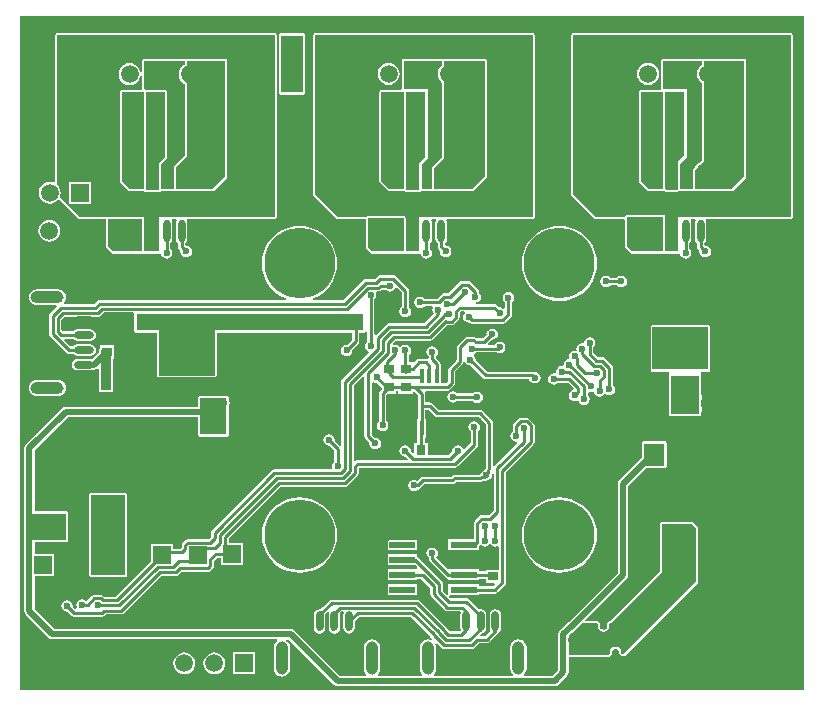
<source format=gbl>
G04*
G04 #@! TF.GenerationSoftware,Altium Limited,Altium Designer,18.0.12 (696)*
G04*
G04 Layer_Physical_Order=4*
G04 Layer_Color=16711680*
%FSLAX25Y25*%
%MOIN*%
G70*
G01*
G75*
%ADD13C,0.01000*%
%ADD52R,0.03402X0.03098*%
%ADD53R,0.19685X0.07480*%
%ADD54O,0.02362X0.07480*%
%ADD63R,0.03098X0.03402*%
G04:AMPARAMS|DCode=64|XSize=110.24mil|YSize=39.37mil|CornerRadius=19.68mil|HoleSize=0mil|Usage=FLASHONLY|Rotation=90.000|XOffset=0mil|YOffset=0mil|HoleType=Round|Shape=RoundedRectangle|*
%AMROUNDEDRECTD64*
21,1,0.11024,0.00000,0,0,90.0*
21,1,0.07087,0.03937,0,0,90.0*
1,1,0.03937,0.00000,0.03544*
1,1,0.03937,0.00000,-0.03544*
1,1,0.03937,0.00000,-0.03544*
1,1,0.03937,0.00000,0.03544*
%
%ADD64ROUNDEDRECTD64*%
G04:AMPARAMS|DCode=65|XSize=23.62mil|YSize=66.93mil|CornerRadius=11.81mil|HoleSize=0mil|Usage=FLASHONLY|Rotation=0.000|XOffset=0mil|YOffset=0mil|HoleType=Round|Shape=RoundedRectangle|*
%AMROUNDEDRECTD65*
21,1,0.02362,0.04331,0,0,0.0*
21,1,0.00000,0.06693,0,0,0.0*
1,1,0.02362,0.00000,-0.02166*
1,1,0.02362,0.00000,-0.02166*
1,1,0.02362,0.00000,0.02166*
1,1,0.02362,0.00000,0.02166*
%
%ADD65ROUNDEDRECTD65*%
%ADD73R,0.08661X0.02362*%
%ADD78C,0.02000*%
%ADD95C,0.05906*%
%ADD96R,0.05906X0.05906*%
%ADD97C,0.23600*%
%ADD98C,0.02362*%
%ADD99C,0.03937*%
%ADD100R,0.09449X0.12992*%
%ADD101R,0.05512X0.20472*%
G04:AMPARAMS|DCode=102|XSize=23.62mil|YSize=66.93mil|CornerRadius=11.81mil|HoleSize=0mil|Usage=FLASHONLY|Rotation=90.000|XOffset=0mil|YOffset=0mil|HoleType=Round|Shape=RoundedRectangle|*
%AMROUNDEDRECTD102*
21,1,0.02362,0.04331,0,0,90.0*
21,1,0.00000,0.06693,0,0,90.0*
1,1,0.02362,0.02166,0.00000*
1,1,0.02362,0.02166,0.00000*
1,1,0.02362,-0.02166,0.00000*
1,1,0.02362,-0.02166,0.00000*
%
%ADD102ROUNDEDRECTD102*%
G04:AMPARAMS|DCode=103|XSize=110.24mil|YSize=39.37mil|CornerRadius=19.68mil|HoleSize=0mil|Usage=FLASHONLY|Rotation=0.000|XOffset=0mil|YOffset=0mil|HoleType=Round|Shape=RoundedRectangle|*
%AMROUNDEDRECTD103*
21,1,0.11024,0.00000,0,0,0.0*
21,1,0.07087,0.03937,0,0,0.0*
1,1,0.03937,0.03544,0.00000*
1,1,0.03937,-0.03544,0.00000*
1,1,0.03937,-0.03544,0.00000*
1,1,0.03937,0.03544,0.00000*
%
%ADD103ROUNDEDRECTD103*%
%ADD104R,0.01378X0.04724*%
%ADD105R,0.05906X0.05906*%
%ADD106R,0.03400X0.13400*%
%ADD107R,0.11400X0.26500*%
%ADD108R,0.18500X0.16500*%
%ADD109R,0.75800X0.05800*%
%ADD110R,0.09000X0.12100*%
%ADD111R,0.12700X0.08800*%
%ADD112R,0.18500X0.14200*%
%ADD113R,0.07500X0.19000*%
%ADD114R,0.07000X0.07500*%
G36*
X530835Y132265D02*
X269465Y132265D01*
Y356835D01*
X530835Y356835D01*
Y132265D01*
D02*
G37*
%LPC*%
G36*
X364000Y351214D02*
X356500D01*
X356227Y351159D01*
X355995Y351005D01*
X355841Y350773D01*
X355786Y350500D01*
Y331500D01*
X355841Y331227D01*
X355995Y330995D01*
X356227Y330841D01*
X356500Y330786D01*
X364000D01*
X364273Y330841D01*
X364505Y330995D01*
X364659Y331227D01*
X364714Y331500D01*
Y350500D01*
X364659Y350773D01*
X364505Y351005D01*
X364273Y351159D01*
X364000Y351214D01*
D02*
G37*
G36*
X354500D02*
X282000Y351214D01*
X281727Y351159D01*
X281495Y351005D01*
X281341Y350773D01*
X281286Y350500D01*
X281286Y301764D01*
X280871Y301486D01*
X280454Y301659D01*
X279500Y301784D01*
X278546Y301659D01*
X277658Y301291D01*
X276895Y300705D01*
X276309Y299942D01*
X275941Y299054D01*
X275816Y298100D01*
X275941Y297146D01*
X276309Y296258D01*
X276895Y295495D01*
X277658Y294909D01*
X278546Y294541D01*
X279500Y294416D01*
X280454Y294541D01*
X281342Y294909D01*
X282105Y295495D01*
X282261Y295698D01*
X282760Y295731D01*
X288995Y289495D01*
X289227Y289341D01*
X289500Y289286D01*
X298286D01*
Y280000D01*
X298341Y279727D01*
X298495Y279495D01*
X299995Y277995D01*
X300227Y277841D01*
X300500Y277786D01*
X310286D01*
X310559Y277841D01*
X310643Y277897D01*
X310727Y277841D01*
X311000Y277786D01*
X316000Y277786D01*
X316110Y277808D01*
X316576Y277595D01*
X316679Y277511D01*
X316728Y277266D01*
X317144Y276644D01*
X317766Y276228D01*
X318500Y276082D01*
X319234Y276228D01*
X319856Y276644D01*
X320272Y277266D01*
X320418Y278000D01*
X320272Y278734D01*
X319856Y279356D01*
X319724Y279445D01*
Y281244D01*
X319856Y281333D01*
X320272Y281955D01*
X320418Y282689D01*
Y287807D01*
X320272Y288541D01*
X320108Y288786D01*
X320375Y289286D01*
X321625D01*
X321892Y288786D01*
X321728Y288541D01*
X321582Y287807D01*
Y282689D01*
X321728Y281955D01*
X322144Y281333D01*
X322276Y281244D01*
Y280000D01*
X322370Y279532D01*
X322635Y279135D01*
X323113Y278657D01*
X323082Y278500D01*
X323228Y277766D01*
X323644Y277144D01*
X324266Y276728D01*
X325000Y276582D01*
X325734Y276728D01*
X326356Y277144D01*
X326772Y277766D01*
X326918Y278500D01*
X326772Y279234D01*
X326356Y279856D01*
X325734Y280272D01*
X325000Y280418D01*
X324724Y280862D01*
Y281244D01*
X324856Y281333D01*
X325272Y281955D01*
X325418Y282689D01*
Y287807D01*
X325272Y288541D01*
X325108Y288786D01*
X325375Y289286D01*
X354500D01*
X354773Y289341D01*
X355005Y289495D01*
X355159Y289727D01*
X355214Y290000D01*
X355214Y350500D01*
X355159Y350773D01*
X355005Y351005D01*
X354773Y351159D01*
X354500Y351214D01*
D02*
G37*
G36*
X526500D02*
X454000Y351214D01*
X453727Y351159D01*
X453495Y351005D01*
X453341Y350773D01*
X453286Y350500D01*
X453286Y297500D01*
X453341Y297227D01*
X453495Y296995D01*
X460995Y289495D01*
X461227Y289341D01*
X461500Y289286D01*
X470933D01*
X471286Y288933D01*
Y280000D01*
X471341Y279727D01*
X471495Y279495D01*
X472995Y277995D01*
X473227Y277841D01*
X473500Y277786D01*
X484000D01*
X484273Y277841D01*
X484357Y277897D01*
X484441Y277841D01*
X484714Y277786D01*
X485214Y277786D01*
X489000Y277786D01*
X489110Y277808D01*
X489575Y277595D01*
X489679Y277511D01*
X489728Y277266D01*
X490144Y276644D01*
X490766Y276228D01*
X491500Y276082D01*
X492234Y276228D01*
X492856Y276644D01*
X493272Y277266D01*
X493418Y278000D01*
X493272Y278734D01*
X492856Y279356D01*
X492724Y279445D01*
Y281244D01*
X492856Y281333D01*
X493272Y281955D01*
X493418Y282689D01*
Y287807D01*
X493272Y288541D01*
X493108Y288786D01*
X493375Y289286D01*
X494625D01*
X494892Y288786D01*
X494728Y288541D01*
X494582Y287807D01*
Y282689D01*
X494728Y281955D01*
X495144Y281333D01*
X495276Y281244D01*
Y280000D01*
X495370Y279532D01*
X495635Y279135D01*
X496113Y278657D01*
X496082Y278500D01*
X496228Y277766D01*
X496644Y277144D01*
X497266Y276728D01*
X498000Y276582D01*
X498734Y276728D01*
X499356Y277144D01*
X499772Y277766D01*
X499918Y278500D01*
X499772Y279234D01*
X499356Y279856D01*
X498734Y280272D01*
X498000Y280418D01*
X497723Y280862D01*
Y281244D01*
X497856Y281333D01*
X498272Y281955D01*
X498418Y282689D01*
Y287807D01*
X498272Y288541D01*
X498108Y288786D01*
X498375Y289286D01*
X526500Y289286D01*
X526773Y289341D01*
X527005Y289495D01*
X527160Y289727D01*
X527214Y290000D01*
X527214Y350500D01*
X527159Y350773D01*
X527005Y351005D01*
X526773Y351159D01*
X526500Y351214D01*
D02*
G37*
G36*
X440500D02*
X368000Y351214D01*
X367727Y351159D01*
X367495Y351005D01*
X367341Y350773D01*
X367286Y350500D01*
X367286Y297500D01*
X367341Y297227D01*
X367495Y296995D01*
X374995Y289495D01*
X375227Y289341D01*
X375500Y289286D01*
X384786D01*
Y280000D01*
X384841Y279727D01*
X384995Y279495D01*
X386495Y277995D01*
X386727Y277841D01*
X387000Y277786D01*
X397500D01*
X397773Y277841D01*
X397857Y277897D01*
X397941Y277841D01*
X398214Y277786D01*
X398714Y277786D01*
X402500Y277786D01*
X402610Y277808D01*
X403076Y277595D01*
X403179Y277511D01*
X403228Y277266D01*
X403644Y276644D01*
X404266Y276228D01*
X405000Y276082D01*
X405734Y276228D01*
X406356Y276644D01*
X406772Y277266D01*
X406918Y278000D01*
X406772Y278734D01*
X406356Y279356D01*
X406223Y279445D01*
Y281244D01*
X406356Y281333D01*
X406772Y281955D01*
X406918Y282689D01*
Y287807D01*
X406772Y288541D01*
X406608Y288786D01*
X406875Y289286D01*
X408125D01*
X408392Y288786D01*
X408228Y288541D01*
X408082Y287807D01*
Y282689D01*
X408228Y281955D01*
X408644Y281333D01*
X408777Y281244D01*
Y280000D01*
X408870Y279532D01*
X409135Y279135D01*
X409613Y278657D01*
X409582Y278500D01*
X409728Y277766D01*
X410144Y277144D01*
X410766Y276728D01*
X411500Y276582D01*
X412234Y276728D01*
X412856Y277144D01*
X413272Y277766D01*
X413418Y278500D01*
X413272Y279234D01*
X412856Y279856D01*
X412234Y280272D01*
X411500Y280418D01*
X411224Y280862D01*
Y281244D01*
X411356Y281333D01*
X411772Y281955D01*
X411918Y282689D01*
Y287807D01*
X411772Y288541D01*
X411608Y288786D01*
X411875Y289286D01*
X440500Y289286D01*
X440773Y289341D01*
X441005Y289495D01*
X441159Y289727D01*
X441214Y290000D01*
X441214Y350500D01*
X441159Y350773D01*
X441005Y351005D01*
X440773Y351159D01*
X440500Y351214D01*
D02*
G37*
G36*
X279400Y289084D02*
X278446Y288959D01*
X277558Y288591D01*
X276795Y288005D01*
X276209Y287242D01*
X275841Y286354D01*
X275716Y285400D01*
X275841Y284446D01*
X276209Y283558D01*
X276795Y282795D01*
X277558Y282209D01*
X278446Y281841D01*
X279400Y281716D01*
X280354Y281841D01*
X281242Y282209D01*
X282005Y282795D01*
X282591Y283558D01*
X282959Y284446D01*
X283084Y285400D01*
X282959Y286354D01*
X282591Y287242D01*
X282005Y288005D01*
X281242Y288591D01*
X280354Y288959D01*
X279400Y289084D01*
D02*
G37*
G36*
X465000Y270418D02*
X464266Y270272D01*
X463644Y269856D01*
X463228Y269234D01*
X463082Y268500D01*
X463228Y267766D01*
X463644Y267144D01*
X464266Y266728D01*
X465000Y266582D01*
X465734Y266728D01*
X466356Y267144D01*
X466445Y267277D01*
X468555D01*
X468644Y267144D01*
X469266Y266728D01*
X470000Y266582D01*
X470734Y266728D01*
X471356Y267144D01*
X471772Y267766D01*
X471918Y268500D01*
X471772Y269234D01*
X471356Y269856D01*
X470734Y270272D01*
X470000Y270418D01*
X469266Y270272D01*
X468644Y269856D01*
X468555Y269724D01*
X466445D01*
X466356Y269856D01*
X465734Y270272D01*
X465000Y270418D01*
D02*
G37*
G36*
X449393Y287042D02*
X447431Y286887D01*
X445518Y286428D01*
X443701Y285675D01*
X442023Y284647D01*
X440527Y283369D01*
X439249Y281873D01*
X438221Y280196D01*
X437468Y278378D01*
X437009Y276465D01*
X436854Y274503D01*
X437009Y272542D01*
X437468Y270628D01*
X438221Y268811D01*
X439249Y267133D01*
X440527Y265637D01*
X442023Y264359D01*
X443701Y263331D01*
X445518Y262578D01*
X447431Y262119D01*
X449393Y261965D01*
X451354Y262119D01*
X453268Y262578D01*
X455085Y263331D01*
X456763Y264359D01*
X458259Y265637D01*
X459537Y267133D01*
X460565Y268811D01*
X461318Y270628D01*
X461777Y272542D01*
X461932Y274503D01*
X461777Y276465D01*
X461318Y278378D01*
X460565Y280196D01*
X459537Y281873D01*
X458259Y283369D01*
X456763Y284647D01*
X455085Y285675D01*
X453268Y286428D01*
X451354Y286887D01*
X449393Y287042D01*
D02*
G37*
G36*
X362779D02*
X360817Y286887D01*
X358904Y286428D01*
X357086Y285675D01*
X355409Y284647D01*
X353913Y283369D01*
X352635Y281873D01*
X351607Y280196D01*
X350854Y278378D01*
X350395Y276465D01*
X350240Y274503D01*
X350395Y272542D01*
X350854Y270628D01*
X351607Y268811D01*
X352635Y267133D01*
X353913Y265637D01*
X355409Y264359D01*
X357086Y263331D01*
X358312Y262824D01*
X358212Y262323D01*
X296254D01*
X295786Y262230D01*
X295389Y261965D01*
X294249Y260825D01*
X284351D01*
X284189Y261188D01*
X284165Y261326D01*
X284569Y261852D01*
X284838Y262501D01*
X284930Y263198D01*
X284838Y263895D01*
X284569Y264544D01*
X284142Y265101D01*
X283584Y265529D01*
X282935Y265798D01*
X282239Y265890D01*
X275151D01*
X274455Y265798D01*
X273806Y265529D01*
X273248Y265101D01*
X272821Y264544D01*
X272552Y263895D01*
X272460Y263198D01*
X272552Y262501D01*
X272821Y261852D01*
X273248Y261295D01*
X273806Y260867D01*
X274455Y260598D01*
X275151Y260507D01*
X281569D01*
X281776Y260006D01*
X279635Y257865D01*
X279370Y257468D01*
X279276Y257000D01*
Y251096D01*
X279370Y250628D01*
X279635Y250231D01*
X285135Y244731D01*
X285532Y244465D01*
X286000Y244372D01*
X286413Y244455D01*
X287290D01*
X287378Y244322D01*
X288001Y243906D01*
X288735Y243760D01*
X293066D01*
X293799Y243906D01*
X294422Y244322D01*
X294837Y244944D01*
X294983Y245678D01*
X294837Y246412D01*
X294422Y247034D01*
X293799Y247450D01*
X293066Y247596D01*
X288735D01*
X288001Y247450D01*
X287378Y247034D01*
X287290Y246901D01*
X286425D01*
X284412Y248915D01*
X284603Y249377D01*
X287290D01*
X287378Y249244D01*
X288001Y248828D01*
X288735Y248682D01*
X293066D01*
X293799Y248828D01*
X294422Y249244D01*
X294837Y249866D01*
X294983Y250600D01*
X294837Y251334D01*
X294422Y251956D01*
X293799Y252372D01*
X293066Y252518D01*
X288735D01*
X288001Y252372D01*
X287378Y251956D01*
X287290Y251823D01*
X283907D01*
X283423Y252307D01*
Y255789D01*
X284313Y256679D01*
X295460D01*
X295928Y256772D01*
X296325Y257037D01*
X297465Y258176D01*
X307154D01*
X307586Y257800D01*
Y252000D01*
X307641Y251727D01*
X307795Y251495D01*
X308027Y251341D01*
X308300Y251286D01*
X315186D01*
Y237200D01*
X315241Y236927D01*
X315395Y236695D01*
X315627Y236541D01*
X315900Y236486D01*
X334400D01*
X334673Y236541D01*
X334905Y236695D01*
X335059Y236927D01*
X335114Y237200D01*
Y251286D01*
X380276D01*
Y249007D01*
X378657Y247387D01*
X378500Y247418D01*
X377766Y247272D01*
X377144Y246856D01*
X376728Y246234D01*
X376582Y245500D01*
X376728Y244766D01*
X377144Y244144D01*
X377766Y243728D01*
X378500Y243582D01*
X379234Y243728D01*
X379856Y244144D01*
X380272Y244766D01*
X380418Y245500D01*
X380387Y245656D01*
X382365Y247635D01*
X382630Y248032D01*
X382723Y248500D01*
Y251286D01*
X384100D01*
X384373Y251341D01*
X384605Y251495D01*
X384759Y251727D01*
X384776Y251813D01*
X385277Y251764D01*
Y248445D01*
X385144Y248356D01*
X384728Y247734D01*
X384582Y247000D01*
X384728Y246266D01*
X385144Y245644D01*
X385701Y245271D01*
X385897Y244760D01*
X377016Y235879D01*
X376751Y235482D01*
X376658Y235014D01*
Y213974D01*
X376158Y213767D01*
X374462Y215462D01*
X374493Y215618D01*
X374347Y216353D01*
X373932Y216975D01*
X373309Y217390D01*
X372575Y217536D01*
X371842Y217390D01*
X371219Y216975D01*
X370803Y216353D01*
X370657Y215618D01*
X370803Y214884D01*
X371219Y214262D01*
X371842Y213847D01*
X372575Y213701D01*
X372732Y213732D01*
X374276Y212187D01*
Y208445D01*
X374144Y208356D01*
X373728Y207734D01*
X373582Y207000D01*
X373713Y206342D01*
X373490Y205842D01*
X354419D01*
X353951Y205749D01*
X353554Y205484D01*
X333635Y185565D01*
X333370Y185168D01*
X333277Y184700D01*
Y183407D01*
X332436Y182566D01*
X325450D01*
X324982Y182473D01*
X324585Y182208D01*
X323882Y181505D01*
X323617Y181108D01*
X323524Y180640D01*
Y179854D01*
X323083Y179413D01*
X320653D01*
Y181043D01*
X313347D01*
Y175467D01*
X301303Y163424D01*
X297674D01*
X297351Y163746D01*
X296954Y164012D01*
X296486Y164105D01*
X294381D01*
X293913Y164012D01*
X293516Y163746D01*
X291720Y161950D01*
X291656Y161956D01*
X291034Y162372D01*
X290300Y162518D01*
X289566Y162372D01*
X288944Y161956D01*
X288528Y161334D01*
X288382Y160600D01*
X288508Y159965D01*
X288319Y159602D01*
X288203Y159453D01*
X287911Y159419D01*
X287187Y160143D01*
X287218Y160300D01*
X287072Y161034D01*
X286656Y161656D01*
X286034Y162072D01*
X285300Y162218D01*
X284566Y162072D01*
X283944Y161656D01*
X283528Y161034D01*
X283382Y160300D01*
X283528Y159566D01*
X283944Y158944D01*
X284566Y158528D01*
X285300Y158382D01*
X285456Y158413D01*
X286735Y157135D01*
X287132Y156870D01*
X287600Y156776D01*
X296900D01*
X297368Y156870D01*
X297765Y157135D01*
X298207Y157577D01*
X303404D01*
X303872Y157670D01*
X304269Y157935D01*
X316648Y170314D01*
X321441D01*
X321909Y170407D01*
X322306Y170672D01*
X323311Y171677D01*
X332213D01*
X332681Y171770D01*
X333078Y172035D01*
X333918Y172875D01*
X334183Y173272D01*
X334276Y173740D01*
Y175446D01*
X335297Y176466D01*
X336547D01*
Y174037D01*
X343853D01*
Y181342D01*
X339124D01*
Y182785D01*
X356334Y199995D01*
X377895D01*
X378363Y200089D01*
X378760Y200354D01*
X382146Y203740D01*
X382412Y204137D01*
X382505Y204605D01*
Y206374D01*
X382606Y206476D01*
X414567D01*
X415035Y206569D01*
X415432Y206834D01*
X421865Y213267D01*
X422130Y213664D01*
X422224Y214133D01*
Y218555D01*
X422356Y218644D01*
X422772Y219266D01*
X422918Y220000D01*
X422772Y220734D01*
X422356Y221356D01*
X421734Y221772D01*
X421000Y221918D01*
X420266Y221772D01*
X419644Y221356D01*
X419228Y220734D01*
X419082Y220000D01*
X419228Y219266D01*
X419644Y218644D01*
X419776Y218555D01*
Y214639D01*
X417740Y212603D01*
X417229Y212799D01*
X416856Y213356D01*
X416234Y213772D01*
X415500Y213918D01*
X414766Y213772D01*
X414144Y213356D01*
X413728Y212734D01*
X413582Y212000D01*
X413613Y211843D01*
X412392Y210623D01*
X405498D01*
Y214701D01*
X404472D01*
Y216478D01*
X404850D01*
Y222602D01*
X404684D01*
Y225777D01*
X405693D01*
X407835Y223635D01*
X408232Y223370D01*
X408700Y223276D01*
X422397D01*
X424777Y220897D01*
Y206391D01*
X424551Y206053D01*
X424504Y205819D01*
X424266Y205772D01*
X423644Y205356D01*
X423228Y204734D01*
X423181Y204496D01*
X422947Y204449D01*
X422609Y204223D01*
X414500D01*
X414032Y204130D01*
X413635Y203865D01*
X413193Y203424D01*
X403796D01*
X403328Y203330D01*
X402931Y203065D01*
X401976Y202110D01*
X401734Y202272D01*
X401000Y202418D01*
X400266Y202272D01*
X399644Y201856D01*
X399228Y201234D01*
X399082Y200500D01*
X399228Y199766D01*
X399644Y199144D01*
X400266Y198728D01*
X401000Y198582D01*
X401734Y198728D01*
X402356Y199144D01*
X402498Y199356D01*
X402564Y199370D01*
X402961Y199635D01*
X404303Y200976D01*
X413700D01*
X414168Y201070D01*
X414565Y201335D01*
X415007Y201777D01*
X423096D01*
X423564Y201870D01*
X423902Y202095D01*
X424319D01*
X424626Y202156D01*
X425000Y202082D01*
X425734Y202228D01*
X426356Y202644D01*
X426772Y203266D01*
X426918Y204000D01*
X426844Y204374D01*
X426903Y204672D01*
X426905Y204681D01*
X426958Y204719D01*
X427458Y204463D01*
Y192188D01*
X425874Y190605D01*
X423514D01*
X423045Y190512D01*
X422649Y190246D01*
X421135Y188733D01*
X420870Y188336D01*
X420777Y187867D01*
Y182581D01*
X412405D01*
Y178819D01*
X422467D01*
Y180236D01*
X422675Y180445D01*
X423144Y180644D01*
X423766Y180228D01*
X424500Y180082D01*
X425234Y180228D01*
X425856Y180644D01*
X426000Y180859D01*
X426500D01*
X426644Y180644D01*
X427266Y180228D01*
X428000Y180082D01*
X428658Y180213D01*
X429158Y179990D01*
Y172398D01*
X424999D01*
Y171923D01*
X422467D01*
Y172581D01*
X412405D01*
X412405Y172581D01*
Y172581D01*
X411972Y172758D01*
X408555Y176175D01*
X408356Y176644D01*
X408772Y177266D01*
X408918Y178000D01*
X408772Y178734D01*
X408356Y179356D01*
X407734Y179772D01*
X407000Y179918D01*
X406266Y179772D01*
X405644Y179356D01*
X405228Y178734D01*
X405082Y178000D01*
X405228Y177266D01*
X405644Y176644D01*
X405777Y176555D01*
Y176000D01*
X405870Y175532D01*
X406135Y175135D01*
X411435Y169835D01*
X411832Y169570D01*
X412300Y169476D01*
X412405D01*
Y168819D01*
X422467D01*
Y169476D01*
X424999D01*
Y167900D01*
X427714D01*
X427906Y167438D01*
X427391Y166923D01*
X422467D01*
Y167581D01*
X412405D01*
Y164236D01*
X411905Y164029D01*
X410563Y165372D01*
Y167661D01*
X410469Y168129D01*
X410204Y168526D01*
X402165Y176565D01*
X401995Y176679D01*
Y177581D01*
X391933D01*
Y173819D01*
X401451D01*
X402003Y173266D01*
X402004Y173072D01*
X401514Y172581D01*
X391933D01*
Y168819D01*
X401995D01*
Y169476D01*
X403389D01*
X406416Y166450D01*
Y164161D01*
X406509Y163693D01*
X406774Y163296D01*
X411135Y158935D01*
X411532Y158670D01*
X412000Y158577D01*
X416213D01*
X416480Y158077D01*
X416467Y158056D01*
X416321Y157323D01*
Y152991D01*
X416467Y152258D01*
X416491Y152222D01*
X416104Y151834D01*
X412839D01*
X412099Y152574D01*
X412067Y152731D01*
X411802Y153128D01*
X402630Y162300D01*
X402233Y162565D01*
X401765Y162659D01*
X373435D01*
X372967Y162565D01*
X372570Y162300D01*
X369525Y159255D01*
X369439Y159272D01*
X368705Y159126D01*
X368083Y158710D01*
X367667Y158088D01*
X367521Y157354D01*
Y153023D01*
X367667Y152289D01*
X368083Y151667D01*
X368705Y151251D01*
X369439Y151105D01*
X370173Y151251D01*
X370795Y151667D01*
X371211Y152289D01*
X371357Y153023D01*
Y157354D01*
X371312Y157581D01*
X372329Y158599D01*
X372718Y158280D01*
X372589Y158088D01*
X372443Y157354D01*
Y153023D01*
X372589Y152289D01*
X373005Y151667D01*
X373627Y151251D01*
X374361Y151105D01*
X375095Y151251D01*
X375717Y151667D01*
X376133Y152289D01*
X376279Y153023D01*
Y157354D01*
X376164Y157933D01*
X376742Y158511D01*
X377272D01*
X377495Y158011D01*
X377364Y157354D01*
Y153023D01*
X377510Y152289D01*
X377926Y151667D01*
X378548Y151251D01*
X379282Y151105D01*
X380016Y151251D01*
X380638Y151667D01*
X381054Y152289D01*
X381200Y153023D01*
Y155376D01*
X382635Y156811D01*
X399850D01*
X406375Y150286D01*
X406407Y150129D01*
X406672Y149732D01*
X407071Y149333D01*
X406788Y148909D01*
X406338Y149095D01*
X405641Y149187D01*
X404944Y149095D01*
X404295Y148826D01*
X403738Y148399D01*
X403310Y147841D01*
X403041Y147192D01*
X402949Y146495D01*
Y139409D01*
X403041Y138712D01*
X403310Y138063D01*
X403716Y137533D01*
X403695Y137407D01*
X403532Y137033D01*
X389027D01*
X388858Y137533D01*
X388862Y137537D01*
X389290Y138094D01*
X389559Y138743D01*
X389651Y139440D01*
Y146527D01*
X389559Y147224D01*
X389290Y147873D01*
X388862Y148430D01*
X388305Y148858D01*
X387656Y149127D01*
X386959Y149218D01*
X386262Y149127D01*
X385613Y148858D01*
X385056Y148430D01*
X384628Y147873D01*
X384359Y147224D01*
X384267Y146527D01*
Y139440D01*
X384359Y138743D01*
X384628Y138094D01*
X385056Y137537D01*
X385060Y137533D01*
X384891Y137033D01*
X376218D01*
X361026Y152226D01*
X360463Y152601D01*
X359800Y152733D01*
X281018D01*
X274481Y159271D01*
Y170347D01*
X281053D01*
Y177653D01*
X274481D01*
Y181686D01*
X285000D01*
X285273Y181741D01*
X285505Y181895D01*
X285659Y182127D01*
X285714Y182400D01*
Y191200D01*
X285659Y191473D01*
X285505Y191705D01*
X285273Y191859D01*
X285000Y191914D01*
X274481D01*
Y212229D01*
X285518Y223267D01*
X328786D01*
Y217500D01*
X328841Y217227D01*
X328995Y216995D01*
X329227Y216841D01*
X329500Y216786D01*
X338500D01*
X338773Y216841D01*
X339005Y216995D01*
X339159Y217227D01*
X339214Y217500D01*
Y227129D01*
X339372Y227366D01*
X339518Y228100D01*
X339372Y228834D01*
X339214Y229071D01*
Y229600D01*
X339159Y229873D01*
X339005Y230105D01*
X338773Y230259D01*
X338500Y230314D01*
X329500D01*
X329227Y230259D01*
X328995Y230105D01*
X328841Y229873D01*
X328786Y229600D01*
Y226733D01*
X284800D01*
X284137Y226601D01*
X283574Y226226D01*
X271522Y214173D01*
X271146Y213611D01*
X271014Y212947D01*
Y158553D01*
X271146Y157889D01*
X271522Y157327D01*
X279074Y149774D01*
X279637Y149399D01*
X280300Y149267D01*
X280300Y149267D01*
X355236D01*
X355376Y148767D01*
X354938Y148430D01*
X354510Y147873D01*
X354241Y147224D01*
X354150Y146527D01*
Y139440D01*
X354241Y138743D01*
X354510Y138094D01*
X354938Y137537D01*
X355495Y137109D01*
X356144Y136840D01*
X356841Y136749D01*
X357538Y136840D01*
X358187Y137109D01*
X358744Y137537D01*
X359172Y138094D01*
X359441Y138743D01*
X359532Y139440D01*
Y146527D01*
X359441Y147224D01*
X359172Y147873D01*
X358744Y148430D01*
X358306Y148767D01*
X358446Y149267D01*
X359082D01*
X374274Y134074D01*
X374837Y133699D01*
X375500Y133567D01*
X447800D01*
X448463Y133699D01*
X449026Y134074D01*
X451973Y137022D01*
X452349Y137584D01*
X452481Y138247D01*
X452481Y138247D01*
Y143286D01*
X465831D01*
X465866Y143293D01*
X465901Y143290D01*
X466002Y143320D01*
X466105Y143341D01*
X466134Y143360D01*
X466168Y143371D01*
X466249Y143437D01*
X466336Y143495D01*
X466356Y143525D01*
X466383Y143547D01*
X466793Y144047D01*
X466810Y144079D01*
X466835Y144104D01*
X466875Y144200D01*
X466925Y144293D01*
X466928Y144328D01*
X466942Y144361D01*
Y144466D01*
X466952Y144570D01*
X466942Y144604D01*
Y144639D01*
X466910Y144800D01*
X467000Y145255D01*
X467258Y145642D01*
X467645Y145900D01*
X468100Y145990D01*
X468555Y145900D01*
X468942Y145642D01*
X469200Y145255D01*
X469308Y144713D01*
X469308Y144608D01*
X469319Y144582D01*
X469321Y144553D01*
X469372Y144454D01*
X469414Y144351D01*
X469435Y144331D01*
X469448Y144305D01*
X469812Y143845D01*
X469832Y143828D01*
X469845Y143806D01*
X469937Y143738D01*
X470024Y143664D01*
X470049Y143656D01*
X470069Y143641D01*
X470180Y143614D01*
X470289Y143579D01*
X470315Y143581D01*
X470340Y143574D01*
X470738Y143557D01*
X470754Y143559D01*
X470770Y143556D01*
X470891Y143580D01*
X471013Y143599D01*
X471027Y143607D01*
X471043Y143610D01*
X471145Y143679D01*
X471251Y143743D01*
X471261Y143756D01*
X471274Y143765D01*
X495505Y167995D01*
X495659Y168227D01*
X495714Y168500D01*
Y186000D01*
X495659Y186273D01*
X495505Y186505D01*
X494005Y188005D01*
X493773Y188159D01*
X493500Y188214D01*
X483500Y188214D01*
X483227Y188159D01*
X482995Y188005D01*
X482841Y187773D01*
X482786Y187500D01*
X482786Y171796D01*
X466187Y155196D01*
X466133Y155177D01*
X466044Y155159D01*
X466002Y155132D01*
X465955Y155116D01*
X465887Y155055D01*
X465812Y155005D01*
X465784Y154964D01*
X465747Y154931D01*
X465369Y154430D01*
X465360Y154411D01*
X465345Y154396D01*
X465300Y154287D01*
X465248Y154180D01*
X465246Y154159D01*
X465238Y154139D01*
Y154021D01*
X465231Y153902D01*
X465238Y153882D01*
Y153861D01*
X465290Y153600D01*
X465200Y153145D01*
X464942Y152758D01*
X464556Y152500D01*
X464100Y152410D01*
X463645Y152500D01*
X463258Y152758D01*
X463000Y153145D01*
X462910Y153600D01*
X462962Y153861D01*
Y153882D01*
X462969Y153902D01*
X462962Y154021D01*
Y154139D01*
X462954Y154159D01*
X462952Y154180D01*
X462900Y154287D01*
X462855Y154396D01*
X462840Y154411D01*
X462831Y154430D01*
X462453Y154931D01*
X462416Y154964D01*
X462388Y155005D01*
X462313Y155055D01*
X462245Y155116D01*
X462198Y155132D01*
X462156Y155159D01*
X462067Y155177D01*
X461981Y155207D01*
X461932Y155204D01*
X461883Y155214D01*
X458218D01*
X458027Y155676D01*
X471726Y169374D01*
X472101Y169937D01*
X472233Y170600D01*
X472233Y170600D01*
Y200282D01*
X478238Y206286D01*
X484500D01*
X484773Y206341D01*
X485005Y206495D01*
X485159Y206727D01*
X485214Y207000D01*
Y214500D01*
X485159Y214773D01*
X485005Y215005D01*
X484773Y215159D01*
X484500Y215214D01*
X477500D01*
X477227Y215159D01*
X476995Y215005D01*
X476841Y214773D01*
X476786Y214500D01*
Y209738D01*
X469274Y202226D01*
X468899Y201663D01*
X468767Y201000D01*
Y171318D01*
X452541Y155092D01*
X452247Y154896D01*
X449522Y152170D01*
X449146Y151608D01*
X449014Y150945D01*
Y138965D01*
X447082Y137033D01*
X437868D01*
X437705Y137407D01*
X437684Y137533D01*
X438090Y138063D01*
X438359Y138712D01*
X438450Y139409D01*
Y146495D01*
X438359Y147192D01*
X438090Y147841D01*
X437662Y148399D01*
X437105Y148826D01*
X436456Y149095D01*
X435759Y149187D01*
X435062Y149095D01*
X434413Y148826D01*
X433856Y148399D01*
X433428Y147841D01*
X433159Y147192D01*
X433068Y146495D01*
Y139409D01*
X433159Y138712D01*
X433428Y138063D01*
X433834Y137533D01*
X433813Y137407D01*
X433650Y137033D01*
X407750D01*
X407587Y137407D01*
X407566Y137533D01*
X407972Y138063D01*
X408241Y138712D01*
X408332Y139409D01*
Y146495D01*
X408241Y147192D01*
X408054Y147642D01*
X408478Y147925D01*
X410058Y146345D01*
X410455Y146080D01*
X410923Y145987D01*
X420115D01*
X420583Y146080D01*
X420980Y146345D01*
X422511Y147877D01*
X425100D01*
X425568Y147970D01*
X425965Y148235D01*
X428947Y151217D01*
X429056Y151380D01*
X429438Y151635D01*
X429854Y152258D01*
X430000Y152991D01*
Y157323D01*
X429854Y158056D01*
X429438Y158679D01*
X428816Y159094D01*
X428082Y159240D01*
X427348Y159094D01*
X426726Y158679D01*
X426310Y158056D01*
X426164Y157323D01*
Y152991D01*
X426310Y152258D01*
X426397Y152127D01*
X424593Y150323D01*
X423271D01*
X423077Y150770D01*
X423344Y151110D01*
X423895Y151220D01*
X424517Y151635D01*
X424933Y152258D01*
X425079Y152991D01*
Y157323D01*
X424933Y158056D01*
X424517Y158679D01*
X423895Y159094D01*
X423161Y159240D01*
X422685Y159146D01*
X419261Y162569D01*
X418864Y162835D01*
X418396Y162928D01*
X413007D01*
X412615Y163319D01*
X412823Y163819D01*
X422467D01*
Y164477D01*
X427898D01*
X428367Y164570D01*
X428763Y164835D01*
X431246Y167318D01*
X431511Y167715D01*
X431605Y168183D01*
Y204970D01*
X440746Y214112D01*
X441011Y214509D01*
X441105Y214977D01*
Y220486D01*
X441011Y220954D01*
X440746Y221351D01*
X439351Y222746D01*
X438954Y223011D01*
X438486Y223105D01*
X436514D01*
X436046Y223011D01*
X435649Y222746D01*
X434135Y221233D01*
X433870Y220836D01*
X433777Y220367D01*
Y218445D01*
X433644Y218356D01*
X433228Y217734D01*
X433082Y217000D01*
X433228Y216266D01*
X433644Y215644D01*
X434266Y215228D01*
X435000Y215082D01*
X435181Y215118D01*
X435427Y214657D01*
X427816Y207046D01*
X427724Y206908D01*
X427223Y207060D01*
Y221404D01*
X427130Y221872D01*
X426865Y222269D01*
X423769Y225365D01*
X423372Y225630D01*
X422904Y225724D01*
X409207D01*
X407065Y227865D01*
X406668Y228130D01*
X406200Y228223D01*
X404684D01*
Y231039D01*
X404591Y231507D01*
X404513Y231625D01*
X404780Y232125D01*
X412176D01*
X412644Y232218D01*
X413041Y232484D01*
X414365Y233808D01*
X414630Y234205D01*
X414723Y234673D01*
Y238493D01*
X417065Y240835D01*
X417330Y241232D01*
X417384Y241500D01*
X417437Y241519D01*
X417904Y241552D01*
X418244Y241044D01*
X418866Y240628D01*
X419600Y240482D01*
X419757Y240513D01*
X423935Y236335D01*
X424332Y236070D01*
X424800Y235977D01*
X439366D01*
X439428Y235666D01*
X439844Y235044D01*
X440466Y234628D01*
X441200Y234482D01*
X441934Y234628D01*
X442556Y235044D01*
X442972Y235666D01*
X443118Y236400D01*
X442972Y237134D01*
X442556Y237756D01*
X441934Y238172D01*
X441200Y238318D01*
X440959Y238270D01*
X440868Y238330D01*
X440400Y238423D01*
X425307D01*
X421487Y242244D01*
X421518Y242400D01*
X421372Y243134D01*
X420956Y243756D01*
X420880Y243807D01*
X420934Y244328D01*
X421556Y244744D01*
X421645Y244877D01*
X428544D01*
X428766Y244728D01*
X429500Y244582D01*
X430234Y244728D01*
X430856Y245144D01*
X431272Y245766D01*
X431418Y246500D01*
X431272Y247234D01*
X430856Y247856D01*
X430234Y248272D01*
X429500Y248418D01*
X428766Y248272D01*
X428144Y247856D01*
X427788Y247323D01*
X425761D01*
X425554Y247824D01*
X426844Y249113D01*
X427000Y249082D01*
X427734Y249228D01*
X428356Y249644D01*
X428772Y250266D01*
X428918Y251000D01*
X428772Y251734D01*
X428356Y252356D01*
X427734Y252772D01*
X427000Y252918D01*
X426266Y252772D01*
X425644Y252356D01*
X425228Y251734D01*
X425082Y251000D01*
X425113Y250844D01*
X423843Y249573D01*
X421824D01*
X421651Y249746D01*
X421254Y250011D01*
X420786Y250105D01*
X418514D01*
X418046Y250011D01*
X417649Y249746D01*
X415335Y247432D01*
X415070Y247036D01*
X414977Y246567D01*
Y242207D01*
X412635Y239865D01*
X412370Y239468D01*
X412277Y239000D01*
Y235180D01*
X411669Y234572D01*
X409969D01*
Y240122D01*
X409803D01*
Y240920D01*
X409710Y241388D01*
X409445Y241785D01*
X408223Y243007D01*
Y243555D01*
X408356Y243644D01*
X408772Y244266D01*
X408918Y245000D01*
X408772Y245734D01*
X408356Y246356D01*
X407734Y246772D01*
X407000Y246918D01*
X406266Y246772D01*
X405644Y246356D01*
X405228Y245734D01*
X405082Y245000D01*
X405228Y244266D01*
X405644Y243644D01*
X405777Y243555D01*
Y243026D01*
X405707Y242937D01*
X405276Y242669D01*
X405000Y242723D01*
X402500D01*
X402032Y242630D01*
X401635Y242365D01*
X400833Y241563D01*
X400501Y241700D01*
Y241700D01*
X399223D01*
Y244055D01*
X399356Y244144D01*
X399772Y244766D01*
X399918Y245500D01*
X399772Y246234D01*
X399356Y246856D01*
X398734Y247272D01*
X398000Y247418D01*
X397266Y247272D01*
X396644Y246856D01*
X396581Y246762D01*
X396081D01*
X396018Y246856D01*
X395396Y247272D01*
X394662Y247418D01*
X394381Y247362D01*
X393830Y247726D01*
X393792Y247929D01*
X394639Y248777D01*
X406308D01*
X406777Y248870D01*
X407173Y249135D01*
X411934Y253895D01*
X413486D01*
X413954Y253989D01*
X414351Y254254D01*
X415746Y255649D01*
X416011Y256046D01*
X416105Y256514D01*
Y258066D01*
X416615Y258576D01*
X417723D01*
X417874Y258077D01*
X417844Y258056D01*
X417428Y257434D01*
X417282Y256700D01*
X417428Y255966D01*
X417844Y255344D01*
X418466Y254928D01*
X419200Y254782D01*
X419356Y254813D01*
X419416Y254754D01*
X419813Y254488D01*
X420281Y254395D01*
X430486D01*
X430955Y254488D01*
X431351Y254754D01*
X433265Y256667D01*
X433530Y257064D01*
X433624Y257533D01*
Y261655D01*
X433756Y261744D01*
X434172Y262366D01*
X434318Y263100D01*
X434172Y263834D01*
X433756Y264456D01*
X433134Y264872D01*
X432400Y265018D01*
X431666Y264872D01*
X431044Y264456D01*
X430628Y263834D01*
X430482Y263100D01*
X430628Y262366D01*
X431044Y261744D01*
X431177Y261655D01*
Y259708D01*
X430677Y259476D01*
X430234Y259772D01*
X429500Y259918D01*
X429344Y259887D01*
X428565Y260665D01*
X428168Y260930D01*
X427700Y261023D01*
X422124D01*
X421651Y261089D01*
X421651Y261089D01*
X421651D01*
X421608Y261524D01*
X421670Y261536D01*
X422134Y261628D01*
X422756Y262044D01*
X423172Y262666D01*
X423318Y263400D01*
X423172Y264134D01*
X422756Y264756D01*
X422623Y264845D01*
Y264967D01*
X422530Y265436D01*
X422265Y265832D01*
X419851Y268246D01*
X419454Y268512D01*
X418986Y268605D01*
X416881D01*
X416413Y268512D01*
X416016Y268246D01*
X412374Y264605D01*
X411014D01*
X410545Y264511D01*
X410149Y264246D01*
X408626Y262723D01*
X404445D01*
X404356Y262856D01*
X403734Y263272D01*
X403000Y263418D01*
X402266Y263272D01*
X401644Y262856D01*
X401228Y262234D01*
X401082Y261500D01*
X401228Y260766D01*
X401644Y260144D01*
X402266Y259728D01*
X403000Y259582D01*
X403734Y259728D01*
X404356Y260144D01*
X404445Y260277D01*
X407060D01*
X407296Y259836D01*
X407228Y259734D01*
X407082Y259000D01*
X407228Y258266D01*
X407551Y257782D01*
X404393Y254624D01*
X392724D01*
X392256Y254530D01*
X391859Y254265D01*
X388224Y250629D01*
X387723Y250837D01*
Y262555D01*
X387856Y262644D01*
X388272Y263266D01*
X388418Y264000D01*
X388287Y264658D01*
X388510Y265158D01*
X389123D01*
X389591Y265251D01*
X389988Y265516D01*
X390249Y265776D01*
X391555D01*
X391644Y265644D01*
X392266Y265228D01*
X393000Y265082D01*
X393734Y265228D01*
X394356Y265644D01*
X394729Y266201D01*
X395240Y266397D01*
X396777Y264861D01*
Y259945D01*
X396644Y259856D01*
X396228Y259234D01*
X396082Y258500D01*
X396228Y257766D01*
X396644Y257144D01*
X397266Y256728D01*
X398000Y256582D01*
X398734Y256728D01*
X399356Y257144D01*
X399772Y257766D01*
X399918Y258500D01*
X399772Y259234D01*
X399356Y259856D01*
X399223Y259945D01*
Y265367D01*
X399130Y265836D01*
X398865Y266232D01*
X394851Y270246D01*
X394455Y270512D01*
X393986Y270605D01*
X389719D01*
X389251Y270512D01*
X388854Y270246D01*
X387912Y269305D01*
X384810D01*
X384341Y269212D01*
X383944Y268946D01*
X377322Y262323D01*
X367345D01*
X367246Y262824D01*
X368471Y263331D01*
X370149Y264359D01*
X371645Y265637D01*
X372923Y267133D01*
X373951Y268811D01*
X374704Y270628D01*
X375163Y272542D01*
X375317Y274503D01*
X375163Y276465D01*
X374704Y278378D01*
X373951Y280196D01*
X372923Y281873D01*
X371645Y283369D01*
X370149Y284647D01*
X368471Y285675D01*
X366653Y286428D01*
X364740Y286887D01*
X362779Y287042D01*
D02*
G37*
G36*
X459500Y249918D02*
X458766Y249772D01*
X458144Y249356D01*
X457728Y248734D01*
X457642Y248300D01*
X457133Y247892D01*
X457000Y247918D01*
X456266Y247772D01*
X455644Y247356D01*
X455228Y246734D01*
X455082Y246000D01*
X455139Y245715D01*
X454785Y245361D01*
X454500Y245418D01*
X453766Y245272D01*
X453144Y244856D01*
X452728Y244234D01*
X452582Y243500D01*
X452655Y243135D01*
X452723Y242764D01*
X452292Y242591D01*
X452004Y242534D01*
X451382Y242118D01*
X450966Y241496D01*
X450820Y240762D01*
X450839Y240666D01*
X450414Y240240D01*
X450119Y240299D01*
X449385Y240153D01*
X448763Y239737D01*
X448347Y239115D01*
X448201Y238381D01*
X448220Y238284D01*
X447795Y237859D01*
X447500Y237918D01*
X446766Y237772D01*
X446144Y237356D01*
X445728Y236734D01*
X445582Y236000D01*
X445728Y235266D01*
X446144Y234644D01*
X446766Y234228D01*
X447500Y234082D01*
X448234Y234228D01*
X448856Y234644D01*
X448945Y234776D01*
X452185D01*
X454111Y232850D01*
X453946Y232308D01*
X453766Y232272D01*
X453144Y231856D01*
X452728Y231234D01*
X452582Y230500D01*
X452728Y229766D01*
X453144Y229144D01*
X453766Y228728D01*
X454500Y228582D01*
X455234Y228728D01*
X455305Y228776D01*
X455767Y228584D01*
X455790Y228469D01*
X456206Y227847D01*
X456828Y227431D01*
X457562Y227285D01*
X458296Y227431D01*
X458918Y227847D01*
X459334Y228469D01*
X459480Y229203D01*
X459334Y229937D01*
X458918Y230559D01*
X458786Y230648D01*
Y231469D01*
X459197Y231733D01*
X459286Y231724D01*
X460000Y231582D01*
X460734Y231728D01*
X460972Y231629D01*
X461047Y231254D01*
X461463Y230632D01*
X462085Y230216D01*
X462819Y230070D01*
X463553Y230216D01*
X464175Y230632D01*
X464303Y230823D01*
X464948Y230941D01*
X465266Y230728D01*
X466000Y230582D01*
X466734Y230728D01*
X467356Y231144D01*
X467772Y231766D01*
X467918Y232500D01*
X467772Y233234D01*
X467356Y233856D01*
X467224Y233945D01*
Y235902D01*
X467305Y236310D01*
Y239690D01*
X467211Y240159D01*
X466946Y240556D01*
X464556Y242946D01*
X464159Y243212D01*
X463690Y243305D01*
X462226D01*
X460723Y244807D01*
Y246555D01*
X460856Y246644D01*
X461272Y247266D01*
X461418Y248000D01*
X461272Y248734D01*
X460856Y249356D01*
X460234Y249772D01*
X459500Y249918D01*
D02*
G37*
G36*
X301001Y247298D02*
X296199D01*
Y246174D01*
X296095Y246105D01*
X295941Y245873D01*
X295886Y245600D01*
Y244786D01*
X293657Y242557D01*
X293066Y242675D01*
X288735D01*
X288001Y242529D01*
X287378Y242113D01*
X286963Y241491D01*
X286817Y240757D01*
X286963Y240023D01*
X287378Y239401D01*
X288001Y238985D01*
X288735Y238839D01*
X293066D01*
X293799Y238985D01*
X293857Y239024D01*
X294308D01*
X294971Y239156D01*
X295386Y239433D01*
X295886Y239227D01*
Y232200D01*
X295941Y231927D01*
X296095Y231695D01*
X296327Y231541D01*
X296600Y231486D01*
X300000D01*
X300273Y231541D01*
X300505Y231695D01*
X300659Y231927D01*
X300714Y232200D01*
Y242800D01*
X301001D01*
Y247298D01*
D02*
G37*
G36*
X282239Y235771D02*
X275151D01*
X274455Y235680D01*
X273806Y235411D01*
X273248Y234983D01*
X272821Y234426D01*
X272552Y233777D01*
X272460Y233080D01*
X272552Y232383D01*
X272821Y231734D01*
X273248Y231177D01*
X273806Y230749D01*
X274455Y230480D01*
X275151Y230388D01*
X282239D01*
X282935Y230480D01*
X283584Y230749D01*
X284142Y231177D01*
X284569Y231734D01*
X284838Y232383D01*
X284930Y233080D01*
X284838Y233777D01*
X284569Y234426D01*
X284142Y234983D01*
X283584Y235411D01*
X282935Y235680D01*
X282239Y235771D01*
D02*
G37*
G36*
X414000Y231918D02*
X413266Y231772D01*
X412644Y231356D01*
X412228Y230734D01*
X412082Y230000D01*
X412228Y229266D01*
X412644Y228644D01*
X413266Y228228D01*
X414000Y228082D01*
X414734Y228228D01*
X415356Y228644D01*
X415445Y228777D01*
X420478D01*
X420644Y228528D01*
X421266Y228112D01*
X422000Y227966D01*
X422734Y228112D01*
X423356Y228528D01*
X423772Y229150D01*
X423918Y229884D01*
X423772Y230618D01*
X423356Y231240D01*
X422734Y231656D01*
X422000Y231802D01*
X421266Y231656D01*
X420644Y231240D01*
X420633Y231224D01*
X415445D01*
X415356Y231356D01*
X414734Y231772D01*
X414000Y231918D01*
D02*
G37*
G36*
X499000Y254014D02*
X480500D01*
X480227Y253959D01*
X479995Y253805D01*
X479841Y253573D01*
X479786Y253300D01*
Y239100D01*
X479841Y238827D01*
X479995Y238595D01*
X480227Y238441D01*
X480500Y238386D01*
X485771D01*
X485794Y237896D01*
X485794Y237886D01*
Y223504D01*
X496643D01*
Y225074D01*
X496772Y225266D01*
X496918Y226000D01*
X496772Y226734D01*
X496643Y226926D01*
Y229074D01*
X496772Y229266D01*
X496918Y230000D01*
X496772Y230734D01*
X496643Y230926D01*
Y237886D01*
X496643Y237896D01*
X496667Y238386D01*
X499000D01*
X499273Y238441D01*
X499505Y238595D01*
X499659Y238827D01*
X499714Y239100D01*
Y253300D01*
X499659Y253573D01*
X499505Y253805D01*
X499273Y253959D01*
X499000Y254014D01*
D02*
G37*
G36*
X401995Y182581D02*
X391933D01*
Y178819D01*
X401995D01*
Y182581D01*
D02*
G37*
G36*
X449393Y196491D02*
X447431Y196336D01*
X445518Y195877D01*
X443701Y195124D01*
X442023Y194096D01*
X440527Y192818D01*
X439249Y191322D01*
X438221Y189644D01*
X437468Y187827D01*
X437009Y185913D01*
X436854Y183952D01*
X437009Y181991D01*
X437468Y180077D01*
X438221Y178260D01*
X439249Y176582D01*
X440527Y175086D01*
X442023Y173808D01*
X443701Y172780D01*
X445518Y172027D01*
X447431Y171568D01*
X449393Y171413D01*
X451354Y171568D01*
X453268Y172027D01*
X455085Y172780D01*
X456763Y173808D01*
X458259Y175086D01*
X459537Y176582D01*
X460565Y178260D01*
X461318Y180077D01*
X461777Y181991D01*
X461932Y183952D01*
X461777Y185913D01*
X461318Y187827D01*
X460565Y189644D01*
X459537Y191322D01*
X458259Y192818D01*
X456763Y194096D01*
X455085Y195124D01*
X453268Y195877D01*
X451354Y196336D01*
X449393Y196491D01*
D02*
G37*
G36*
X362779D02*
X360817Y196336D01*
X358904Y195877D01*
X357086Y195124D01*
X355409Y194096D01*
X353913Y192818D01*
X352635Y191322D01*
X351607Y189644D01*
X350854Y187827D01*
X350395Y185913D01*
X350240Y183952D01*
X350395Y181991D01*
X350854Y180077D01*
X351607Y178260D01*
X352635Y176582D01*
X353913Y175086D01*
X355409Y173808D01*
X357086Y172780D01*
X358904Y172027D01*
X360817Y171568D01*
X362779Y171413D01*
X364740Y171568D01*
X366653Y172027D01*
X368471Y172780D01*
X370149Y173808D01*
X371645Y175086D01*
X372923Y176582D01*
X373951Y178260D01*
X374704Y180077D01*
X375163Y181991D01*
X375317Y183952D01*
X375163Y185913D01*
X374704Y187827D01*
X373951Y189644D01*
X372923Y191322D01*
X371645Y192818D01*
X370149Y194096D01*
X368471Y195124D01*
X366653Y195877D01*
X364740Y196336D01*
X362779Y196491D01*
D02*
G37*
G36*
X304700Y198014D02*
X293300D01*
X293027Y197959D01*
X292795Y197805D01*
X292641Y197573D01*
X292586Y197300D01*
Y170800D01*
X292641Y170527D01*
X292795Y170295D01*
X293027Y170141D01*
X293300Y170086D01*
X304700D01*
X304973Y170141D01*
X305205Y170295D01*
X305359Y170527D01*
X305414Y170800D01*
Y197300D01*
X305359Y197573D01*
X305205Y197805D01*
X304973Y197959D01*
X304700Y198014D01*
D02*
G37*
G36*
X401995Y167581D02*
X391933D01*
Y163819D01*
X401995D01*
Y167581D01*
D02*
G37*
G36*
X348053Y144853D02*
X340747D01*
Y137547D01*
X348053D01*
Y144853D01*
D02*
G37*
G36*
X334400Y144884D02*
X333446Y144759D01*
X332558Y144391D01*
X331795Y143805D01*
X331209Y143042D01*
X330841Y142154D01*
X330716Y141200D01*
X330841Y140246D01*
X331209Y139358D01*
X331795Y138595D01*
X332558Y138009D01*
X333446Y137641D01*
X334400Y137516D01*
X335354Y137641D01*
X336242Y138009D01*
X337005Y138595D01*
X337591Y139358D01*
X337959Y140246D01*
X338084Y141200D01*
X337959Y142154D01*
X337591Y143042D01*
X337005Y143805D01*
X336242Y144391D01*
X335354Y144759D01*
X334400Y144884D01*
D02*
G37*
G36*
X324400D02*
X323446Y144759D01*
X322558Y144391D01*
X321795Y143805D01*
X321209Y143042D01*
X320841Y142154D01*
X320716Y141200D01*
X320841Y140246D01*
X321209Y139358D01*
X321795Y138595D01*
X322558Y138009D01*
X323446Y137641D01*
X324400Y137516D01*
X325354Y137641D01*
X326242Y138009D01*
X327005Y138595D01*
X327591Y139358D01*
X327959Y140246D01*
X328084Y141200D01*
X327959Y142154D01*
X327591Y143042D01*
X327005Y143805D01*
X326242Y144391D01*
X325354Y144759D01*
X324400Y144884D01*
D02*
G37*
%LPD*%
G36*
X354500Y290000D02*
X316000Y290000D01*
X316000Y278500D01*
X311000Y278500D01*
Y290000D01*
X289500D01*
X282852Y296648D01*
X283059Y297146D01*
X283184Y298100D01*
X283059Y299054D01*
X282691Y299942D01*
X282105Y300705D01*
X282000Y300786D01*
X282000Y350500D01*
X354500Y350500D01*
X354500Y290000D01*
D02*
G37*
G36*
X310286Y278500D02*
X300500D01*
X299000Y280000D01*
Y289286D01*
X310286D01*
Y278500D01*
D02*
G37*
%LPC*%
G36*
X338000Y342714D02*
X325214D01*
X324941Y342659D01*
X324857Y342603D01*
X324773Y342659D01*
X324500Y342714D01*
X311000D01*
X310727Y342659D01*
X310495Y342505D01*
X310341Y342273D01*
X310286Y342000D01*
Y338000D01*
X309786Y337967D01*
X309709Y338554D01*
X309341Y339442D01*
X308756Y340205D01*
X307993Y340791D01*
X307104Y341159D01*
X306150Y341284D01*
X305197Y341159D01*
X304308Y340791D01*
X303545Y340205D01*
X302960Y339442D01*
X302592Y338554D01*
X302466Y337600D01*
X302592Y336646D01*
X302960Y335758D01*
X303545Y334995D01*
X304308Y334409D01*
X305197Y334041D01*
X306150Y333916D01*
X307104Y334041D01*
X307993Y334409D01*
X308756Y334995D01*
X309341Y335758D01*
X309709Y336646D01*
X309786Y337232D01*
X310286Y337200D01*
Y332714D01*
X309977Y332278D01*
X309852Y332216D01*
X309846Y332214D01*
X303500D01*
X303227Y332159D01*
X302995Y332005D01*
X302841Y331773D01*
X302786Y331500D01*
Y302000D01*
X302841Y301727D01*
X302995Y301495D01*
X305755Y298735D01*
X305987Y298581D01*
X306260Y298526D01*
X310786D01*
X310917Y298552D01*
X310995Y298435D01*
X311227Y298281D01*
X311500Y298226D01*
X316000D01*
X316273Y298281D01*
X316505Y298435D01*
X316583Y298552D01*
X316714Y298526D01*
X321000D01*
X321273Y298581D01*
X321357Y298637D01*
X321441Y298581D01*
X321714Y298526D01*
X333740D01*
X334013Y298581D01*
X334245Y298735D01*
X338505Y302995D01*
X338659Y303227D01*
X338714Y303500D01*
Y342000D01*
X338659Y342273D01*
X338505Y342505D01*
X338273Y342659D01*
X338000Y342714D01*
D02*
G37*
G36*
X293153Y301753D02*
X285847D01*
Y294447D01*
X293153D01*
Y301753D01*
D02*
G37*
%LPD*%
G36*
X338000Y303500D02*
X333740Y299240D01*
X321714D01*
Y306704D01*
X325005Y309995D01*
X325159Y310227D01*
X325214Y310500D01*
X325214Y334330D01*
X325159Y334603D01*
X325097Y334696D01*
X325005Y334835D01*
X324773Y334989D01*
X324668Y335033D01*
X324500Y335162D01*
Y340038D01*
X324668Y340167D01*
X324773Y340211D01*
X325005Y340365D01*
X325159Y340597D01*
X325214Y340870D01*
Y342000D01*
X338000D01*
Y303500D01*
D02*
G37*
G36*
X310786Y299240D02*
X306260D01*
X303500Y302000D01*
Y331500D01*
X310786D01*
Y299240D01*
D02*
G37*
G36*
X324500Y340870D02*
X324308Y340791D01*
X323545Y340205D01*
X322960Y339442D01*
X322592Y338554D01*
X322466Y337600D01*
X322592Y336646D01*
X322960Y335758D01*
X323545Y334995D01*
X324308Y334409D01*
X324500Y334330D01*
X324500Y310500D01*
X321000Y307000D01*
Y299240D01*
X316714D01*
Y307704D01*
X318505Y309495D01*
X318550Y309564D01*
X318613D01*
Y309658D01*
X318659Y309727D01*
X318714Y310000D01*
Y331500D01*
X318659Y331773D01*
X318505Y332005D01*
X318273Y332159D01*
X318000Y332214D01*
X311500D01*
X311000Y332563D01*
X311000Y342000D01*
X324500D01*
Y340870D01*
D02*
G37*
G36*
X318000Y310000D02*
X316000Y308000D01*
Y298940D01*
X311500D01*
Y331500D01*
X318000D01*
Y310000D01*
D02*
G37*
G36*
X292439Y295161D02*
X286561D01*
Y301039D01*
X292439D01*
Y295161D01*
D02*
G37*
G36*
X526500Y290000D02*
X489000Y290000D01*
X489000Y278500D01*
X485214Y278500D01*
X484714Y278500D01*
Y290000D01*
Y290000D01*
D01*
X484659Y290273D01*
X484505Y290505D01*
X484273Y290659D01*
X484000Y290714D01*
X472000D01*
X471727Y290659D01*
X471495Y290505D01*
X471341Y290273D01*
X471286Y290000D01*
X470786Y290000D01*
X461500D01*
X454000Y297500D01*
X454000Y350500D01*
X526500Y350500D01*
X526500Y290000D01*
D02*
G37*
G36*
X484000Y278500D02*
X473500D01*
X472000Y280000D01*
Y290000D01*
X484000D01*
Y278500D01*
D02*
G37*
%LPC*%
G36*
X511000Y342714D02*
X497500D01*
X497227Y342659D01*
X497143Y342603D01*
X497059Y342659D01*
X496786Y342714D01*
X484000D01*
X483727Y342659D01*
X483495Y342505D01*
X483341Y342273D01*
X483286Y342000D01*
Y332500D01*
X482833Y332214D01*
X476500D01*
X476227Y332159D01*
X475995Y332005D01*
X475841Y331773D01*
X475786Y331500D01*
Y309221D01*
X475782Y309200D01*
X475786Y309179D01*
Y302000D01*
X475841Y301727D01*
X475995Y301495D01*
X478755Y298735D01*
X478987Y298581D01*
X479260Y298526D01*
X484000D01*
X484273Y298581D01*
X484345Y298628D01*
X484768Y298346D01*
X484833Y298320D01*
X484891Y298281D01*
X484960Y298267D01*
X485025Y298240D01*
X485095Y298240D01*
X485164Y298226D01*
X488336D01*
X488405Y298240D01*
X488475Y298240D01*
X488540Y298267D01*
X488609Y298281D01*
X488667Y298320D01*
X488732Y298346D01*
X488881Y298446D01*
X488966Y298531D01*
X489056Y298611D01*
X489098Y298667D01*
X489227Y298581D01*
X489500Y298526D01*
X493286Y298526D01*
X493786Y298526D01*
X494059Y298581D01*
X494143Y298637D01*
X494227Y298581D01*
X494500Y298526D01*
X506740Y298526D01*
X507013Y298581D01*
X507245Y298735D01*
X511505Y302995D01*
X511659Y303227D01*
X511714Y303500D01*
Y342000D01*
X511659Y342273D01*
X511505Y342505D01*
X511273Y342659D01*
X511000Y342714D01*
D02*
G37*
G36*
X478971Y341367D02*
X478017Y341241D01*
X477129Y340873D01*
X476366Y340288D01*
X475780Y339525D01*
X475412Y338636D01*
X475287Y337683D01*
X475412Y336729D01*
X475780Y335841D01*
X476366Y335078D01*
X477129Y334492D01*
X478017Y334124D01*
X478971Y333998D01*
X479924Y334124D01*
X480813Y334492D01*
X481576Y335078D01*
X482162Y335841D01*
X482530Y336729D01*
X482655Y337683D01*
X482530Y338636D01*
X482162Y339525D01*
X481576Y340288D01*
X480813Y340873D01*
X479924Y341241D01*
X478971Y341367D01*
D02*
G37*
%LPD*%
G36*
X484000Y299240D02*
X479260D01*
X476500Y302000D01*
Y331500D01*
X484000D01*
Y299240D01*
D02*
G37*
G36*
X511000Y303500D02*
X506740Y299240D01*
X494500Y299240D01*
X494500Y305500D01*
X497500Y308500D01*
Y342000D01*
X511000D01*
Y303500D01*
D02*
G37*
G36*
X496786Y340611D02*
X496366Y340288D01*
X495780Y339525D01*
X495412Y338636D01*
X495287Y337683D01*
X495412Y336729D01*
X495780Y335841D01*
X496366Y335078D01*
X496786Y334755D01*
Y308796D01*
X496150Y308159D01*
X495766Y308083D01*
X495144Y307667D01*
X494728Y307045D01*
X494652Y306661D01*
X493995Y306005D01*
X493841Y305773D01*
X493786Y305500D01*
X493786Y299240D01*
X493286Y299240D01*
X489500Y299240D01*
X489500Y307500D01*
X491564Y309564D01*
X491613D01*
Y309613D01*
X492000Y310000D01*
X492000Y332500D01*
X484000Y332500D01*
Y342000D01*
X496786D01*
Y340611D01*
D02*
G37*
G36*
X491000Y310500D02*
X489000Y308500D01*
Y308009D01*
X488995Y308005D01*
X488841Y307773D01*
X488786Y307500D01*
X488786Y299440D01*
X488485Y299039D01*
X488336Y298940D01*
X485164D01*
X484714Y299240D01*
Y331500D01*
X491000D01*
X491000Y310500D01*
D02*
G37*
G36*
X440500Y290000D02*
X402500Y290000D01*
X402500Y278500D01*
X398714Y278500D01*
X398214Y278500D01*
Y289500D01*
X398159Y289773D01*
X398005Y290005D01*
Y290005D01*
X397773Y290159D01*
X397500Y290214D01*
X385500D01*
X385227Y290159D01*
X384995Y290005D01*
X384992Y290000D01*
X375500D01*
X368000Y297500D01*
X368000Y350500D01*
X440500Y350500D01*
X440500Y290000D01*
D02*
G37*
G36*
X397500Y278500D02*
X387000D01*
X385500Y280000D01*
Y289500D01*
X397500D01*
Y278500D01*
D02*
G37*
%LPC*%
G36*
X424500Y342714D02*
X411000D01*
X410727Y342659D01*
X410643Y342603D01*
X410559Y342659D01*
X410286Y342714D01*
X397500D01*
X397227Y342659D01*
X396995Y342505D01*
X396841Y342273D01*
X396786Y342000D01*
Y332500D01*
X396333Y332214D01*
X390000D01*
X389727Y332159D01*
X389495Y332005D01*
X389341Y331773D01*
X389286Y331500D01*
Y302000D01*
X389341Y301727D01*
X389495Y301495D01*
X392255Y298735D01*
X392487Y298581D01*
X392760Y298526D01*
X397500D01*
X397773Y298581D01*
X397845Y298628D01*
X398268Y298346D01*
X398333Y298320D01*
X398391Y298281D01*
X398460Y298267D01*
X398525Y298240D01*
X398595Y298240D01*
X398664Y298226D01*
X402500D01*
X402773Y298281D01*
X403005Y298435D01*
X403580Y298581D01*
X403854Y298526D01*
X406786Y298526D01*
X407059Y298581D01*
X407143Y298637D01*
X407227Y298581D01*
X407500Y298526D01*
X420240D01*
X420513Y298581D01*
X420745Y298735D01*
X425005Y302995D01*
X425159Y303227D01*
X425214Y303500D01*
Y342000D01*
X425159Y342273D01*
X425005Y342505D01*
X424773Y342659D01*
X424500Y342714D01*
D02*
G37*
G36*
X392471Y341367D02*
X391517Y341241D01*
X390629Y340873D01*
X389866Y340288D01*
X389280Y339525D01*
X388912Y338636D01*
X388787Y337683D01*
X388912Y336729D01*
X389280Y335841D01*
X389866Y335078D01*
X390629Y334492D01*
X391517Y334124D01*
X392471Y333998D01*
X393424Y334124D01*
X394313Y334492D01*
X395076Y335078D01*
X395661Y335841D01*
X396030Y336729D01*
X396155Y337683D01*
X396030Y338636D01*
X395661Y339525D01*
X395076Y340288D01*
X394313Y340873D01*
X393424Y341241D01*
X392471Y341367D01*
D02*
G37*
%LPD*%
G36*
X424500Y303500D02*
X420240Y299240D01*
X407500D01*
Y306000D01*
X411000Y309500D01*
X411000Y342000D01*
X424500D01*
Y303500D01*
D02*
G37*
G36*
X397500Y299240D02*
X392760D01*
X390000Y302000D01*
Y331500D01*
X397500D01*
Y299240D01*
D02*
G37*
G36*
X410286Y340611D02*
X409866Y340288D01*
X409280Y339525D01*
X408912Y338636D01*
X408787Y337683D01*
X408912Y336729D01*
X409280Y335841D01*
X409866Y335078D01*
X410286Y334755D01*
X410286Y309796D01*
X406995Y306505D01*
X406841Y306273D01*
X406786Y306000D01*
Y299240D01*
X406786Y299240D01*
X403854Y299240D01*
X403500Y299594D01*
X403500Y307500D01*
X405500Y309500D01*
X405500Y332500D01*
X397500Y332500D01*
Y342000D01*
X410286D01*
Y340611D01*
D02*
G37*
G36*
X404500Y310000D02*
X402500Y308000D01*
Y298940D01*
X398664D01*
X398214Y299240D01*
Y331500D01*
X404500D01*
Y310000D01*
D02*
G37*
G36*
X384395Y236740D02*
Y216881D01*
X384489Y216413D01*
X384754Y216016D01*
X386113Y214656D01*
X386082Y214500D01*
X386228Y213766D01*
X386644Y213144D01*
X387266Y212728D01*
X388000Y212582D01*
X388734Y212728D01*
X389356Y213144D01*
X389772Y213766D01*
X389918Y214500D01*
X389772Y215234D01*
X389356Y215856D01*
X388734Y216272D01*
X388000Y216418D01*
X387843Y216387D01*
X386842Y217388D01*
Y234763D01*
X387342Y235011D01*
X387766Y234728D01*
X388500Y234582D01*
X388656Y234613D01*
X390199Y233070D01*
Y232678D01*
X389635Y232114D01*
X389370Y231717D01*
X389277Y231249D01*
Y221945D01*
X389144Y221856D01*
X388728Y221234D01*
X388582Y220500D01*
X388728Y219766D01*
X389144Y219144D01*
X389766Y218728D01*
X390500Y218582D01*
X391234Y218728D01*
X391856Y219144D01*
X392272Y219766D01*
X392418Y220500D01*
X392272Y221234D01*
X391856Y221856D01*
X391723Y221945D01*
Y230742D01*
X392081Y231100D01*
X395001D01*
Y232125D01*
X395699D01*
Y231100D01*
X400501D01*
Y231562D01*
X401001Y231769D01*
X402238Y230532D01*
Y227000D01*
Y222602D01*
X402072D01*
Y219563D01*
X402025Y219328D01*
Y214701D01*
X401000D01*
Y211384D01*
X400538Y211193D01*
X399887Y211843D01*
X399918Y212000D01*
X399772Y212734D01*
X399356Y213356D01*
X398734Y213772D01*
X398000Y213918D01*
X397266Y213772D01*
X396644Y213356D01*
X396228Y212734D01*
X396082Y212000D01*
X396228Y211266D01*
X396644Y210644D01*
X397266Y210228D01*
X398000Y210082D01*
X398156Y210113D01*
X398885Y209385D01*
X398694Y208923D01*
X382099D01*
X381631Y208830D01*
X381305Y208611D01*
X380805Y208753D01*
Y233803D01*
X383933Y236932D01*
X384395Y236740D01*
D02*
G37*
G36*
X495000Y186000D02*
Y168500D01*
X470770Y144270D01*
X470372Y144287D01*
X470008Y144748D01*
X470018Y144800D01*
X469872Y145534D01*
X469456Y146156D01*
X468834Y146572D01*
X468100Y146718D01*
X467366Y146572D01*
X466744Y146156D01*
X466328Y145534D01*
X466182Y144800D01*
X466242Y144500D01*
X465831Y144000D01*
X452481D01*
Y150227D01*
X454502Y152249D01*
X454796Y152445D01*
X456851Y154500D01*
X461883D01*
X462262Y154000D01*
X462182Y153600D01*
X462328Y152866D01*
X462744Y152244D01*
X463366Y151828D01*
X464100Y151682D01*
X464834Y151828D01*
X465456Y152244D01*
X465872Y152866D01*
X466018Y153600D01*
X465938Y154000D01*
X466317Y154500D01*
X466500D01*
X483500Y171500D01*
X483500Y187500D01*
X493500Y187500D01*
X495000Y186000D01*
D02*
G37*
D13*
X412899Y209399D02*
X415500Y212000D01*
X404500Y200500D02*
X416000D01*
X432400Y257533D02*
Y263100D01*
X430486Y255619D02*
X432400Y257533D01*
X420281Y255619D02*
X430486D01*
X419200Y256700D02*
X420281Y255619D01*
X440400Y237200D02*
X441200Y236400D01*
X424800Y237200D02*
X440400D01*
X419600Y242400D02*
X424800Y237200D01*
X418514Y248881D02*
X420786D01*
X421317Y248350D01*
X424350D01*
X420200Y246100D02*
X429100D01*
X429500Y246500D01*
X418986Y267381D02*
X421400Y264967D01*
Y263400D02*
Y264967D01*
X427700Y259800D02*
X429500Y258000D01*
X414881Y256514D02*
Y258486D01*
X413486Y255119D02*
X414881Y256514D01*
X411400Y257500D02*
X412500D01*
X411514Y255119D02*
X413486D01*
X411471Y255162D02*
X411514Y255119D01*
X406308Y250000D02*
X411471Y255162D01*
X414838Y258529D02*
X416108Y259800D01*
X414838Y258529D02*
X414881Y258486D01*
X410700Y256800D02*
X411400Y257500D01*
X394133Y250000D02*
X406308D01*
X416108Y259800D02*
X427700D01*
X316200Y178190D02*
X323590D01*
X354419Y204619D02*
X376486D01*
X334500Y184700D02*
X354419Y204619D01*
X334500Y182900D02*
Y184700D01*
X332943Y181342D02*
X334500Y182900D01*
X325450Y181342D02*
X332943D01*
X355123Y202919D02*
X377190D01*
X336200Y183996D02*
X355123Y202919D01*
X336200Y181400D02*
Y183996D01*
X334442Y179642D02*
X336200Y181400D01*
X330343Y179642D02*
X334442D01*
X337900Y183292D02*
X355827Y201219D01*
X337900Y179990D02*
Y183292D01*
Y179990D02*
X340200Y177690D01*
X324747Y180640D02*
X325450Y181342D01*
X324747Y179347D02*
Y180640D01*
X323590Y178190D02*
X324747Y179347D01*
X334790Y177690D02*
X340200D01*
X333053Y175953D02*
X334790Y177690D01*
X333053Y173740D02*
Y175953D01*
X322804Y172900D02*
X332213D01*
X321441Y171537D02*
X322804Y172900D01*
X316141Y171537D02*
X321441D01*
X326910Y175200D02*
X328900Y177190D01*
X322700Y175200D02*
X326910D01*
X320737Y173237D02*
X322700Y175200D01*
X315437Y173237D02*
X320737D01*
X332213Y172900D02*
X333053Y173740D01*
X303404Y158800D02*
X316141Y171537D01*
X302700Y160500D02*
X315437Y173237D01*
X297700Y158800D02*
X303404D01*
X295500Y160500D02*
X302700D01*
X296900Y158000D02*
X297700Y158800D01*
X287600Y158000D02*
X296900D01*
X285300Y160300D02*
X287600Y158000D01*
X301810Y162200D02*
X317000Y177390D01*
X297167Y162200D02*
X301810D01*
X296486Y162881D02*
X297167Y162200D01*
X294381Y162881D02*
X296486D01*
X292100Y160600D02*
X294381Y162881D01*
X290300Y160600D02*
X292100D01*
X377881Y235014D02*
X388881Y246014D01*
X377881Y206014D02*
Y235014D01*
X379581Y234310D02*
X390581Y245310D01*
X379581Y205310D02*
Y234310D01*
X381281Y206881D02*
X382099Y207699D01*
X381281Y204605D02*
Y206881D01*
X377895Y201219D02*
X381281Y204605D01*
X355827Y201219D02*
X377895D01*
X377190Y202919D02*
X379581Y205310D01*
X376486Y204619D02*
X377881Y206014D01*
X382099Y207699D02*
X414567D01*
X328900Y178200D02*
X330343Y179642D01*
X328900Y177190D02*
Y178200D01*
X316200Y178190D02*
X317000Y177390D01*
X385619Y216881D02*
Y237943D01*
X392281Y244605D01*
X385619Y216881D02*
X388000Y214500D01*
X393798Y236702D02*
X403461D01*
X378533Y259400D02*
X385514Y266381D01*
X296958Y259400D02*
X378533D01*
X295460Y257902D02*
X296958Y259400D01*
X398000Y238402D02*
Y245500D01*
Y238402D02*
X399049Y239451D01*
X377829Y261100D02*
X384810Y268081D01*
X296254Y261100D02*
X377829D01*
X294756Y259602D02*
X296254Y261100D01*
X410923Y147211D02*
X420115D01*
X407537Y150597D02*
X410923Y147211D01*
X407537Y150597D02*
Y150855D01*
X400357Y158035D02*
X407537Y150855D01*
X411628Y148910D02*
X419411D01*
X409237Y151301D02*
X411628Y148910D01*
X409237Y151301D02*
Y151559D01*
X401061Y159735D02*
X409237Y151559D01*
X412332Y150610D02*
X416610D01*
X410937Y152005D02*
X412332Y150610D01*
X410937Y152005D02*
Y152263D01*
X401765Y161435D02*
X410937Y152263D01*
X412158Y153997D02*
X413318Y155157D01*
X405555Y160600D02*
X412158Y153997D01*
X411043Y155157D02*
X413318D01*
X403065Y163135D02*
X411043Y155157D01*
X372731Y163135D02*
X403065D01*
X374553Y155189D02*
Y158054D01*
X423161Y155157D02*
Y156939D01*
X418396Y161704D02*
X423161Y156939D01*
X412500Y161704D02*
X418396D01*
X370054Y155189D02*
Y158054D01*
X418239Y155157D02*
Y158561D01*
X417000Y159800D02*
X418239Y158561D01*
X412000Y159800D02*
X417000D01*
X409339Y164865D02*
X412500Y161704D01*
X409339Y164865D02*
Y167661D01*
X407639Y164161D02*
X412000Y159800D01*
X407639Y164161D02*
Y166957D01*
X422000Y181500D02*
Y187867D01*
X421200Y180700D02*
X422000Y181500D01*
X417436Y180700D02*
X421200D01*
X422000Y187867D02*
X423514Y189381D01*
X426381D01*
X428681Y206181D02*
X437500Y215000D01*
X428681Y191681D02*
Y206181D01*
X426381Y189381D02*
X428681Y191681D01*
X439881Y214977D02*
Y220486D01*
X430381Y205477D02*
X439881Y214977D01*
X430381Y168183D02*
Y205477D01*
X426000Y205904D02*
Y221404D01*
X425681Y205585D02*
X426000Y205904D01*
X425681Y204681D02*
Y205585D01*
X425000Y204000D02*
X425681Y204681D01*
X424319Y203319D02*
X425000Y204000D01*
X423415Y203319D02*
X424319D01*
X423096Y203000D02*
X423415Y203319D01*
X414500Y203000D02*
X423096D01*
X408700Y224500D02*
X422904D01*
X406200Y227000D02*
X408700Y224500D01*
X403461Y227000D02*
X406200D01*
X416200Y246567D02*
X418514Y248881D01*
X424350Y248350D02*
X427000Y251000D01*
X410700Y256796D02*
Y256800D01*
X405604Y251700D02*
X410700Y256796D01*
X393428Y251700D02*
X405604D01*
X401300Y175700D02*
X409339Y167661D01*
X403896Y170700D02*
X407639Y166957D01*
X396964Y170700D02*
X403896D01*
X452692Y236000D02*
X455700Y232992D01*
Y231700D02*
Y232992D01*
X454500Y230500D02*
X455700Y231700D01*
X447500Y236000D02*
X452692D01*
X457000Y244396D02*
X461015Y240381D01*
X457000Y244396D02*
Y246000D01*
X461015Y240381D02*
X462986D01*
X466081Y236310D02*
Y239690D01*
X463690Y242081D02*
X466081Y239690D01*
X461719Y242081D02*
X463690D01*
X459500Y244300D02*
X461719Y242081D01*
X459500Y244300D02*
Y248000D01*
X464381Y237014D02*
Y238986D01*
X462986Y240381D02*
X464381Y238986D01*
X455119Y240785D02*
Y242881D01*
X454500Y243500D02*
X455119Y242881D01*
X457904Y238000D02*
X462000D01*
X455119Y240785D02*
X457904Y238000D01*
X457562Y229203D02*
Y233534D01*
X452715Y238381D02*
X457562Y233534D01*
X450119Y238381D02*
X452715D01*
X422904Y224500D02*
X426000Y221404D01*
X422500Y222500D02*
X424300Y220700D01*
X418500Y222500D02*
X422500D01*
X415540Y219540D02*
X418500Y222500D01*
X411139Y219540D02*
X415540D01*
X424300Y206800D02*
Y220700D01*
X421000Y214133D02*
Y220000D01*
X390500Y231249D02*
X392600Y233349D01*
X390500Y221000D02*
Y231249D01*
X391651Y233349D02*
X392600D01*
X388500Y236500D02*
X391651Y233349D01*
X386500Y247000D02*
Y264000D01*
X388881Y246014D02*
Y249557D01*
X390581Y245310D02*
Y248853D01*
X392281Y248148D02*
X394133Y250000D01*
X392281Y244605D02*
Y248148D01*
X394662Y244162D02*
Y245500D01*
X390581Y248853D02*
X393428Y251700D01*
X388881Y249557D02*
X392724Y253400D01*
X378500Y245500D02*
X381500Y248500D01*
X409381Y177019D02*
X410700Y175700D01*
X409381Y177019D02*
Y178986D01*
X407986Y180381D02*
X409381Y178986D01*
X406019Y180381D02*
X407986D01*
X404619Y181781D02*
X406019Y180381D01*
X410700Y175700D02*
X417436D01*
X412300Y170700D02*
X417436D01*
X407000Y176000D02*
X412300Y170700D01*
X407000Y176000D02*
Y178000D01*
X401791Y183081D02*
X403092Y181781D01*
X404619D01*
X392136Y183081D02*
X401791D01*
X422200Y204700D02*
X424300Y206800D01*
X413796Y204700D02*
X422200D01*
X403092Y203900D02*
X412996D01*
X413796Y204700D01*
X402030Y202838D02*
X403092Y203900D01*
X401986Y202881D02*
X402030Y202838D01*
X400014Y202881D02*
X401986D01*
X399633Y202500D02*
X400014Y202881D01*
X395500Y202500D02*
X399633D01*
X406020Y219540D02*
X411139D01*
X411139Y219540D01*
X403461Y227000D02*
Y231039D01*
Y219540D02*
Y227000D01*
X414567Y207699D02*
X421000Y214133D01*
X413700Y202200D02*
X414500Y203000D01*
X401000Y200500D02*
X402096D01*
X403796Y202200D01*
X413700D01*
X402119Y198119D02*
X404500Y200500D01*
X399881Y198119D02*
X402119D01*
X395500Y202500D02*
X399881Y198119D01*
X388000Y202500D02*
X395500D01*
X437500Y215000D02*
Y219500D01*
X425333Y252700D02*
X426014Y253381D01*
X419929Y252700D02*
X425333D01*
X414500Y247271D02*
X419929Y252700D01*
X426014Y253381D02*
X427986D01*
X416200Y241700D02*
Y246567D01*
X413500Y239000D02*
X416200Y241700D01*
X413500Y234673D02*
Y239000D01*
X412176Y233349D02*
X413500Y234673D01*
X411139Y237060D02*
Y239139D01*
X414500Y242500D01*
Y247271D01*
X434500Y243000D02*
Y246867D01*
X427986Y253381D02*
X434500Y246867D01*
X401151Y233349D02*
X412176D01*
X398100D02*
X401151D01*
X381500Y248500D02*
Y256500D01*
X417436Y165700D02*
X427898D01*
X430381Y168183D01*
X438486Y221881D02*
X439881Y220486D01*
X436514Y221881D02*
X438486D01*
X435000Y220367D02*
X436514Y221881D01*
X435000Y217000D02*
Y220367D01*
X462819Y231988D02*
Y235452D01*
X452738Y240762D02*
X460000Y233500D01*
X466000Y232500D02*
Y236228D01*
X462819Y235452D02*
X464381Y237014D01*
X466000Y236228D02*
X466081Y236310D01*
X414000Y261000D02*
X418000Y265000D01*
X412000Y261000D02*
X414000D01*
X409133Y261500D02*
X411014Y263381D01*
X403000Y261500D02*
X409133D01*
X412881Y263381D02*
X416881Y267381D01*
X411014Y263381D02*
X412881D01*
X416881Y267381D02*
X418986D01*
X404900Y253400D02*
X409000Y257500D01*
X392724Y253400D02*
X404900D01*
X428000Y182000D02*
Y187000D01*
X424500Y182000D02*
Y187000D01*
X382129Y158035D02*
X400357D01*
X376235Y159735D02*
X401061D01*
X373435Y161435D02*
X401765D01*
X405555Y160600D02*
Y160600D01*
X391434Y169022D02*
X391434Y169022D01*
Y163400D02*
Y169022D01*
X391434Y169022D02*
Y182378D01*
X428082Y152082D02*
Y155157D01*
X425100Y149100D02*
X428082Y152082D01*
X422004Y149100D02*
X425100D01*
X420115Y147211D02*
X422004Y149100D01*
X379282Y155189D02*
X382129Y158035D01*
X426849Y170700D02*
X427400Y170149D01*
X417436Y170700D02*
X426849D01*
X426849Y175700D02*
X427400Y176251D01*
X417436Y175700D02*
X426849D01*
X391434Y182378D02*
X392136Y183081D01*
X364518Y158518D02*
X366600Y160600D01*
X370196D01*
X372731Y163135D01*
X364518Y155189D02*
Y158518D01*
X370054Y158054D02*
X373435Y161435D01*
X374553Y158054D02*
X376235Y159735D01*
X418239Y152239D02*
Y155157D01*
X416610Y150610D02*
X418239Y152239D01*
X423161Y152661D02*
Y155157D01*
X419411Y148910D02*
X423161Y152661D01*
X374361Y155189D02*
X374553D01*
X369439D02*
X370054D01*
X396964Y175700D02*
X401300D01*
X375500Y207000D02*
Y212694D01*
X372575Y215618D02*
X375500Y212694D01*
X280500Y251096D02*
X286000Y245596D01*
Y245678D01*
X290900D01*
X280500Y251096D02*
Y257000D01*
X283806Y257902D02*
X295460D01*
X282200Y256296D02*
X283806Y257902D01*
X282200Y251800D02*
Y256296D01*
X283400Y250600D02*
X290900D01*
X282200Y251800D02*
X283400Y250600D01*
X280500Y257000D02*
X283102Y259602D01*
X294756D01*
X389742Y267000D02*
X393000D01*
X389123Y266381D02*
X389742Y267000D01*
X385514Y266381D02*
X389123D01*
X398000Y258500D02*
Y265367D01*
X393986Y269381D02*
X398000Y265367D01*
X389719Y269381D02*
X393986D01*
X388419Y268081D02*
X389719Y269381D01*
X384810Y268081D02*
X388419D01*
X409000Y257500D02*
Y259000D01*
X392000Y241500D02*
X394662Y244162D01*
X392000Y240051D02*
Y241500D01*
Y240051D02*
X392600Y239451D01*
Y237900D02*
X393798Y236702D01*
X392600Y237900D02*
Y239451D01*
X421884Y230000D02*
X422000Y229884D01*
X414000Y230000D02*
X421884D01*
X398000Y212000D02*
X400601Y209399D01*
X412899D01*
X465000Y268500D02*
X465000Y268500D01*
X470000D01*
X408580Y237060D02*
Y240920D01*
X407000Y242500D02*
X408580Y240920D01*
X407000Y242500D02*
Y245000D01*
X406020Y215631D02*
X409351Y212300D01*
X406020Y215631D02*
Y219540D01*
X403249Y219328D02*
X403461Y219540D01*
X403249Y212300D02*
Y219328D01*
X392600Y233349D02*
X398100D01*
X401151D02*
X403461Y231039D01*
X405000Y241500D02*
X406020Y240480D01*
X402500Y241500D02*
X405000D01*
X400451Y239451D02*
X402500Y241500D01*
X399049Y239451D02*
X400451D01*
X406020Y237060D02*
Y240480D01*
X403461Y236702D02*
Y237060D01*
X491500Y278000D02*
Y285248D01*
X496500Y280000D02*
X498000Y278500D01*
X496500Y280000D02*
Y285248D01*
X405000Y278000D02*
Y285248D01*
X410000Y280000D02*
X411500Y278500D01*
X410000Y280000D02*
Y285248D01*
X323500Y280000D02*
Y285248D01*
Y280000D02*
X325000Y278500D01*
X318500Y278000D02*
Y285248D01*
D52*
X427400Y170149D02*
D03*
X427400Y176251D02*
D03*
X298600Y251151D02*
D03*
X298600Y245049D02*
D03*
X392600Y233349D02*
D03*
X392600Y239451D02*
D03*
X398100Y233349D02*
D03*
X398100Y239451D02*
D03*
D53*
X402500Y294500D02*
D03*
X489000D02*
D03*
X316000D02*
D03*
D54*
X410000Y285248D02*
D03*
X405000D02*
D03*
X400000D02*
D03*
X395000D02*
D03*
X410000Y303752D02*
D03*
X405000D02*
D03*
X400000D02*
D03*
X395000D02*
D03*
X496500Y285248D02*
D03*
X491500D02*
D03*
X486500D02*
D03*
X481500D02*
D03*
X496500Y303752D02*
D03*
X491500D02*
D03*
X486500D02*
D03*
X481500D02*
D03*
X308500D02*
D03*
X313500D02*
D03*
X318500D02*
D03*
X323500D02*
D03*
X308500Y285248D02*
D03*
X313500D02*
D03*
X318500D02*
D03*
X323500D02*
D03*
D63*
X403249Y212300D02*
D03*
X409351D02*
D03*
D64*
X356841Y142983D02*
D03*
X386959D02*
D03*
X405641Y142952D02*
D03*
X435759D02*
D03*
D65*
X364518Y155189D02*
D03*
X369439D02*
D03*
X374361D02*
D03*
X379282D02*
D03*
X413318Y155157D02*
D03*
X418239D02*
D03*
X423161D02*
D03*
X428082D02*
D03*
D73*
X417436Y175700D02*
D03*
X396964D02*
D03*
X417436Y180700D02*
D03*
X417436Y170700D02*
D03*
X417436Y165700D02*
D03*
X396964Y180700D02*
D03*
X396964Y170700D02*
D03*
Y165700D02*
D03*
D78*
X450747Y138247D02*
Y150945D01*
X447800Y135300D02*
X450747Y138247D01*
X453570Y153670D02*
X470500Y170600D01*
X453473Y153670D02*
X453570D01*
X450747Y150945D02*
X453473Y153670D01*
X470500Y170600D02*
Y201000D01*
X294308Y240757D02*
X298600Y245049D01*
X290900Y240757D02*
X294308D01*
X272747Y158553D02*
Y212947D01*
X332700Y225000D02*
X334600Y223100D01*
X284800Y225000D02*
X332700D01*
X272747Y212947D02*
X284800Y225000D01*
X272747Y158553D02*
X280300Y151000D01*
X359800D01*
X375500Y135300D01*
X447800D01*
X470500Y201000D02*
X479500Y210000D01*
D95*
X297400Y174000D02*
D03*
X287400D02*
D03*
X478971Y337683D02*
D03*
X488971D02*
D03*
X498971D02*
D03*
X392471D02*
D03*
X402471D02*
D03*
X412471D02*
D03*
X306150Y337600D02*
D03*
X316150D02*
D03*
X326150D02*
D03*
X324400Y141200D02*
D03*
X334400D02*
D03*
X279500Y298100D02*
D03*
X279400Y285400D02*
D03*
X455400Y149018D02*
D03*
D96*
X277400Y174000D02*
D03*
X468971Y337683D02*
D03*
X382471D02*
D03*
X296150Y337600D02*
D03*
X344400Y141200D02*
D03*
X289500Y298100D02*
D03*
X289400Y285400D02*
D03*
X445400Y149018D02*
D03*
D97*
X362779Y183952D02*
D03*
Y274503D02*
D03*
X449393D02*
D03*
Y183952D02*
D03*
D98*
X491600Y225800D02*
D03*
X415500Y212000D02*
D03*
X416000Y200500D02*
D03*
X432400Y263100D02*
D03*
X441200Y236400D02*
D03*
X419600Y242400D02*
D03*
X420200Y246100D02*
D03*
X421400Y263400D02*
D03*
X419200Y256700D02*
D03*
X429500Y258000D02*
D03*
X412500Y257500D02*
D03*
X517300Y278300D02*
D03*
X523900Y285800D02*
D03*
X517700Y285700D02*
D03*
X519700Y281200D02*
D03*
X524900Y281100D02*
D03*
X521800Y278200D02*
D03*
X360700Y207400D02*
D03*
X364200Y198600D02*
D03*
X446900Y290200D02*
D03*
X396700Y226900D02*
D03*
X368800Y249600D02*
D03*
X373000Y263800D02*
D03*
X351600Y249300D02*
D03*
X350600Y265100D02*
D03*
X359900Y248200D02*
D03*
X303600Y265200D02*
D03*
X299500Y256000D02*
D03*
X299300Y265000D02*
D03*
X292300Y222000D02*
D03*
X279100Y226300D02*
D03*
X288600Y229400D02*
D03*
X286800Y221200D02*
D03*
X282100Y163700D02*
D03*
X277600Y163800D02*
D03*
X284300Y143800D02*
D03*
X280400Y143500D02*
D03*
X464100Y153600D02*
D03*
X468100Y144800D02*
D03*
X411300Y186000D02*
D03*
X406800Y190500D02*
D03*
X422700Y193000D02*
D03*
X437200Y195200D02*
D03*
X477700Y309200D02*
D03*
X477900Y306600D02*
D03*
X391700Y309300D02*
D03*
Y306500D02*
D03*
X305100Y309600D02*
D03*
X305200Y306700D02*
D03*
X285300Y160300D02*
D03*
X290300Y160600D02*
D03*
X295500Y160500D02*
D03*
X298200Y233500D02*
D03*
Y236100D02*
D03*
X298300Y238800D02*
D03*
X310700Y219700D02*
D03*
X314600Y216500D02*
D03*
X310900Y228600D02*
D03*
X317200Y228500D02*
D03*
X325000Y255300D02*
D03*
X327200Y245100D02*
D03*
X324700Y242300D02*
D03*
X322300Y245600D02*
D03*
X326700Y238900D02*
D03*
X322200Y239100D02*
D03*
X331100Y228200D02*
D03*
X337600Y228100D02*
D03*
X337200Y218900D02*
D03*
X331500Y219200D02*
D03*
X275700Y188000D02*
D03*
Y184100D02*
D03*
X278900Y184200D02*
D03*
X283100Y184300D02*
D03*
X296000Y194300D02*
D03*
X298900Y194400D02*
D03*
X302200D02*
D03*
X513600Y137600D02*
D03*
X378000Y195200D02*
D03*
X303300Y252900D02*
D03*
X488100Y208800D02*
D03*
X391300Y273900D02*
D03*
X380900Y270900D02*
D03*
X390100Y261000D02*
D03*
X394500Y144000D02*
D03*
X277400Y243700D02*
D03*
X276500Y250600D02*
D03*
X437600Y261400D02*
D03*
X458300Y258100D02*
D03*
X443100Y251500D02*
D03*
X474200Y255100D02*
D03*
X472200Y243200D02*
D03*
X473200Y231600D02*
D03*
X436500Y170500D02*
D03*
X456700Y170900D02*
D03*
X399900Y217500D02*
D03*
X415400Y219200D02*
D03*
X358500Y348000D02*
D03*
X362000Y346500D02*
D03*
X358500Y344500D02*
D03*
Y338000D02*
D03*
X361500Y336500D02*
D03*
X358500Y333500D02*
D03*
X479500Y210000D02*
D03*
X482000Y208500D02*
D03*
Y212000D02*
D03*
X418500Y238500D02*
D03*
X411500Y244500D02*
D03*
X344000Y209500D02*
D03*
Y223500D02*
D03*
X359000Y224000D02*
D03*
X286000Y213000D02*
D03*
X527000Y167500D02*
D03*
X488500Y150500D02*
D03*
X421000Y220000D02*
D03*
X388000Y225500D02*
D03*
X390500Y220500D02*
D03*
X388500Y236500D02*
D03*
X386500Y247000D02*
D03*
X394662Y245500D02*
D03*
X378500D02*
D03*
X404619Y181781D02*
D03*
X407000Y178000D02*
D03*
X425000Y204000D02*
D03*
X388000Y202500D02*
D03*
X401000Y200500D02*
D03*
X434500Y243000D02*
D03*
X427000Y251000D02*
D03*
X381500Y256500D02*
D03*
X437500Y219500D02*
D03*
X435000Y217000D02*
D03*
X462819Y231988D02*
D03*
X457562Y229203D02*
D03*
X454500Y230500D02*
D03*
X460000Y233500D02*
D03*
X466000Y232500D02*
D03*
X454500Y243500D02*
D03*
X452738Y240762D02*
D03*
X450119Y238381D02*
D03*
X447500Y236000D02*
D03*
X459500Y248000D02*
D03*
X457000Y246000D02*
D03*
X462000Y238000D02*
D03*
X429500Y246500D02*
D03*
X412000Y261000D02*
D03*
X403000Y261500D02*
D03*
X418000Y265000D02*
D03*
X428000Y187000D02*
D03*
X424500D02*
D03*
X428000Y182000D02*
D03*
X424500D02*
D03*
X375500Y207000D02*
D03*
X372575Y215618D02*
D03*
X393000Y267000D02*
D03*
X398000Y258500D02*
D03*
X409000Y259000D02*
D03*
X398000Y245500D02*
D03*
X386500Y264000D02*
D03*
X414000Y230000D02*
D03*
X422000Y229884D02*
D03*
X370000Y231500D02*
D03*
X388000Y214500D02*
D03*
X398000Y212000D02*
D03*
X465000Y268500D02*
D03*
X470000Y268500D02*
D03*
X407000Y245000D02*
D03*
X487500Y181000D02*
D03*
X490500D02*
D03*
X487500Y183500D02*
D03*
X490500D02*
D03*
X515000Y188000D02*
D03*
X507000D02*
D03*
X499000D02*
D03*
X516500Y191500D02*
D03*
X513000D02*
D03*
X509000D02*
D03*
X505000D02*
D03*
X501000D02*
D03*
X497000D02*
D03*
X503000Y241000D02*
D03*
X518000Y230000D02*
D03*
X519500Y232500D02*
D03*
X521000Y230000D02*
D03*
X482500Y241000D02*
D03*
X486000D02*
D03*
X489500D02*
D03*
X493000D02*
D03*
X497000D02*
D03*
X496500Y251500D02*
D03*
X493000D02*
D03*
X489500D02*
D03*
X486000D02*
D03*
X482500D02*
D03*
X495000Y226000D02*
D03*
X493000Y228000D02*
D03*
X488000Y226000D02*
D03*
X490000Y228000D02*
D03*
X495000Y230000D02*
D03*
X491500D02*
D03*
X488000D02*
D03*
X493000Y232000D02*
D03*
X490000D02*
D03*
X494500Y234500D02*
D03*
X491500D02*
D03*
X488500D02*
D03*
X507000Y250000D02*
D03*
X509500Y252000D02*
D03*
X512000Y250000D02*
D03*
X514500Y252000D02*
D03*
X522000Y250000D02*
D03*
X524500Y252000D02*
D03*
X519500D02*
D03*
X517000Y250000D02*
D03*
X499000Y221500D02*
D03*
X512000Y217000D02*
D03*
X509000D02*
D03*
X506000D02*
D03*
X503000D02*
D03*
X500000D02*
D03*
X497000D02*
D03*
X502000Y221500D02*
D03*
X505000D02*
D03*
X508000D02*
D03*
X511000D02*
D03*
X514000D02*
D03*
X477500Y287000D02*
D03*
Y284000D02*
D03*
Y281000D02*
D03*
X474500D02*
D03*
Y284000D02*
D03*
Y287000D02*
D03*
X489500Y291500D02*
D03*
X494000D02*
D03*
X499000D02*
D03*
X494500Y297000D02*
D03*
X489500D02*
D03*
X492000Y294000D02*
D03*
X496500D02*
D03*
X487500D02*
D03*
X499000Y297000D02*
D03*
X487500Y280000D02*
D03*
X498000Y278500D02*
D03*
X491500Y278000D02*
D03*
X391000Y287000D02*
D03*
Y284000D02*
D03*
Y281000D02*
D03*
X388000D02*
D03*
Y284000D02*
D03*
Y287000D02*
D03*
X403000Y291500D02*
D03*
X407500D02*
D03*
X412500D02*
D03*
X408000Y297000D02*
D03*
X403000D02*
D03*
X405500Y294000D02*
D03*
X410000D02*
D03*
X401000D02*
D03*
X412500Y297000D02*
D03*
X401000Y280000D02*
D03*
X411500Y278500D02*
D03*
X405000Y278000D02*
D03*
X318500D02*
D03*
X325000Y278500D02*
D03*
X314500Y280000D02*
D03*
X326000Y297000D02*
D03*
X314500Y294000D02*
D03*
X323500D02*
D03*
X319000D02*
D03*
X316500Y297000D02*
D03*
X321500D02*
D03*
X326000Y291500D02*
D03*
X321000D02*
D03*
X316500D02*
D03*
X301500Y287000D02*
D03*
Y284000D02*
D03*
Y281000D02*
D03*
X304500D02*
D03*
Y284000D02*
D03*
Y287000D02*
D03*
D99*
X483763Y152574D02*
D03*
X516637D02*
D03*
D100*
X491219Y230700D02*
D03*
X518581D02*
D03*
D101*
X488158Y320500D02*
D03*
X507842D02*
D03*
X479843D02*
D03*
X460157D02*
D03*
X401657D02*
D03*
X421343D02*
D03*
X393342D02*
D03*
X373657D02*
D03*
X334842D02*
D03*
X315158D02*
D03*
X287158D02*
D03*
X306842D02*
D03*
D102*
X290900Y255521D02*
D03*
Y250600D02*
D03*
Y245678D02*
D03*
Y240757D02*
D03*
D103*
X278695Y263198D02*
D03*
X278695Y233080D02*
D03*
D104*
X403461Y237060D02*
D03*
X406020D02*
D03*
X408580D02*
D03*
X411139Y237060D02*
D03*
X411139Y219540D02*
D03*
X408580D02*
D03*
X406020Y219540D02*
D03*
X403461D02*
D03*
D105*
X340200Y163910D02*
D03*
Y177690D02*
D03*
X328900Y163410D02*
D03*
X328900Y177190D02*
D03*
X317000Y163610D02*
D03*
Y177390D02*
D03*
D106*
X298300Y238900D02*
D03*
D107*
X299000Y184050D02*
D03*
D108*
X325150Y245450D02*
D03*
D109*
X346200Y254900D02*
D03*
D110*
X334000Y223550D02*
D03*
D111*
X278650Y186800D02*
D03*
D112*
X489750Y246200D02*
D03*
D113*
X360250Y341000D02*
D03*
D114*
X481000Y210750D02*
D03*
M02*

</source>
